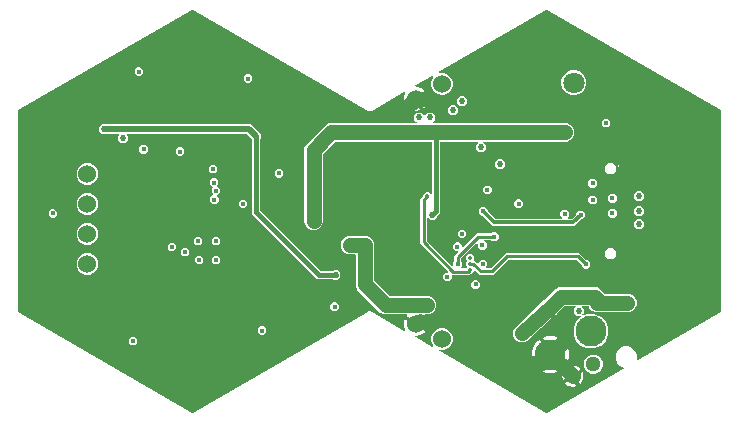
<source format=gbr>
G04 EAGLE Gerber RS-274X export*
G75*
%MOMM*%
%FSLAX34Y34*%
%LPD*%
%INCopper Layer 2*%
%IPPOS*%
%AMOC8*
5,1,8,0,0,1.08239X$1,22.5*%
G01*
%ADD10C,1.524000*%
%ADD11C,1.290000*%
%ADD12C,1.530000*%
%ADD13C,2.625000*%
%ADD14C,1.800000*%
%ADD15C,0.804800*%
%ADD16C,0.452400*%
%ADD17C,0.525000*%
%ADD18C,1.270000*%
%ADD19C,0.402400*%
%ADD20C,0.352400*%
%ADD21C,0.254000*%
%ADD22C,0.406400*%
%ADD23C,0.508000*%
%ADD24C,0.304800*%

G36*
X150814Y-81836D02*
X150814Y-81836D01*
X150870Y-81838D01*
X150935Y-81819D01*
X151002Y-81810D01*
X151075Y-81778D01*
X151106Y-81769D01*
X151123Y-81757D01*
X151156Y-81742D01*
X215508Y-44590D01*
X215525Y-44576D01*
X215545Y-44567D01*
X215619Y-44498D01*
X215698Y-44434D01*
X215710Y-44415D01*
X215726Y-44400D01*
X215775Y-44312D01*
X215829Y-44226D01*
X215834Y-44204D01*
X215844Y-44185D01*
X215863Y-44085D01*
X215886Y-43986D01*
X215884Y-43965D01*
X215888Y-43943D01*
X215873Y-43842D01*
X215864Y-43741D01*
X215856Y-43721D01*
X215852Y-43700D01*
X215806Y-43609D01*
X215766Y-43516D01*
X215751Y-43500D01*
X215741Y-43480D01*
X215669Y-43409D01*
X215600Y-43334D01*
X215581Y-43323D01*
X215565Y-43308D01*
X215418Y-43227D01*
X213063Y-42251D01*
X210524Y-39713D01*
X209150Y-36396D01*
X209150Y-32805D01*
X210524Y-29488D01*
X213063Y-26950D01*
X216380Y-25576D01*
X219970Y-25576D01*
X223287Y-26950D01*
X225825Y-29488D01*
X227199Y-32805D01*
X227199Y-36521D01*
X227215Y-36615D01*
X227223Y-36710D01*
X227235Y-36736D01*
X227239Y-36764D01*
X227284Y-36848D01*
X227322Y-36935D01*
X227341Y-36956D01*
X227354Y-36981D01*
X227423Y-37047D01*
X227487Y-37118D01*
X227512Y-37131D01*
X227533Y-37151D01*
X227619Y-37191D01*
X227702Y-37237D01*
X227730Y-37242D01*
X227756Y-37254D01*
X227850Y-37265D01*
X227944Y-37282D01*
X227972Y-37278D01*
X228000Y-37281D01*
X228093Y-37261D01*
X228188Y-37248D01*
X228220Y-37234D01*
X228240Y-37229D01*
X228269Y-37212D01*
X228341Y-37180D01*
X298370Y3249D01*
X298422Y3292D01*
X298480Y3327D01*
X298516Y3369D01*
X298560Y3405D01*
X298596Y3462D01*
X298640Y3514D01*
X298661Y3566D01*
X298691Y3613D01*
X298707Y3679D01*
X298732Y3742D01*
X298741Y3821D01*
X298748Y3853D01*
X298746Y3873D01*
X298750Y3909D01*
X298750Y173891D01*
X298739Y173958D01*
X298738Y174026D01*
X298720Y174079D01*
X298711Y174134D01*
X298679Y174194D01*
X298656Y174258D01*
X298622Y174302D01*
X298595Y174352D01*
X298546Y174398D01*
X298505Y174451D01*
X298441Y174498D01*
X298417Y174521D01*
X298398Y174530D01*
X298370Y174551D01*
X151156Y259542D01*
X151092Y259566D01*
X151033Y259599D01*
X150978Y259609D01*
X150926Y259629D01*
X150858Y259632D01*
X150792Y259644D01*
X150736Y259636D01*
X150680Y259638D01*
X150615Y259619D01*
X150548Y259610D01*
X150475Y259578D01*
X150444Y259569D01*
X150427Y259557D01*
X150394Y259542D01*
X60157Y207445D01*
X60120Y207415D01*
X60077Y207392D01*
X60025Y207338D01*
X59967Y207289D01*
X59941Y207249D01*
X59908Y207214D01*
X59876Y207145D01*
X59836Y207081D01*
X59825Y207034D01*
X59804Y206991D01*
X59796Y206916D01*
X59778Y206842D01*
X59783Y206794D01*
X59777Y206747D01*
X59793Y206672D01*
X59800Y206597D01*
X59819Y206553D01*
X59830Y206506D01*
X59868Y206441D01*
X59899Y206372D01*
X59931Y206336D01*
X59956Y206295D01*
X60013Y206246D01*
X60064Y206190D01*
X60106Y206166D01*
X60143Y206135D01*
X60213Y206107D01*
X60279Y206070D01*
X60326Y206061D01*
X60371Y206043D01*
X60499Y206029D01*
X60521Y206025D01*
X60528Y206026D01*
X60538Y206025D01*
X63737Y206025D01*
X67110Y204628D01*
X69690Y202047D01*
X71087Y198675D01*
X71087Y195025D01*
X69690Y191653D01*
X67110Y189072D01*
X63737Y187675D01*
X60088Y187675D01*
X56715Y189072D01*
X54135Y191653D01*
X52738Y195025D01*
X52738Y198675D01*
X54135Y202047D01*
X54592Y202504D01*
X54606Y202524D01*
X54624Y202539D01*
X54677Y202623D01*
X54735Y202704D01*
X54742Y202727D01*
X54755Y202747D01*
X54778Y202844D01*
X54807Y202939D01*
X54807Y202963D01*
X54812Y202986D01*
X54804Y203085D01*
X54801Y203185D01*
X54793Y203207D01*
X54791Y203231D01*
X54751Y203322D01*
X54717Y203416D01*
X54702Y203435D01*
X54692Y203457D01*
X54625Y203531D01*
X54563Y203608D01*
X54543Y203621D01*
X54527Y203639D01*
X54439Y203687D01*
X54356Y203741D01*
X54333Y203747D01*
X54312Y203758D01*
X54214Y203777D01*
X54118Y203801D01*
X54094Y203799D01*
X54070Y203803D01*
X53972Y203790D01*
X53872Y203782D01*
X53850Y203772D01*
X53826Y203769D01*
X53673Y203702D01*
X39919Y195761D01*
X39882Y195731D01*
X39840Y195708D01*
X39787Y195654D01*
X39729Y195605D01*
X39703Y195565D01*
X39670Y195530D01*
X39638Y195461D01*
X39598Y195397D01*
X39587Y195350D01*
X39567Y195307D01*
X39558Y195232D01*
X39540Y195158D01*
X39545Y195110D01*
X39539Y195063D01*
X39556Y194988D01*
X39562Y194913D01*
X39582Y194869D01*
X39592Y194822D01*
X39631Y194757D01*
X39661Y194688D01*
X39693Y194652D01*
X39718Y194611D01*
X39775Y194562D01*
X39826Y194506D01*
X39868Y194482D01*
X39905Y194451D01*
X39975Y194423D01*
X40041Y194386D01*
X40088Y194377D01*
X40133Y194359D01*
X40261Y194345D01*
X40283Y194341D01*
X40290Y194342D01*
X40300Y194341D01*
X40717Y194341D01*
X42302Y194090D01*
X43827Y193594D01*
X45257Y192866D01*
X46554Y191923D01*
X47688Y190789D01*
X47889Y190512D01*
X39814Y185850D01*
X39798Y185838D01*
X39780Y185830D01*
X39703Y185760D01*
X39623Y185694D01*
X39613Y185678D01*
X39598Y185664D01*
X39548Y185574D01*
X39493Y185486D01*
X39488Y185467D01*
X39478Y185449D01*
X39459Y185348D01*
X39435Y185247D01*
X39437Y185227D01*
X39433Y185207D01*
X39448Y185105D01*
X39457Y185002D01*
X39465Y184984D01*
X39468Y184964D01*
X39535Y184810D01*
X39917Y184150D01*
X39915Y184149D01*
X39534Y184809D01*
X39521Y184825D01*
X39513Y184843D01*
X39443Y184920D01*
X39378Y185000D01*
X39361Y185010D01*
X39348Y185025D01*
X39257Y185076D01*
X39170Y185131D01*
X39150Y185135D01*
X39133Y185145D01*
X39031Y185164D01*
X38930Y185188D01*
X38911Y185186D01*
X38891Y185190D01*
X38788Y185175D01*
X38685Y185166D01*
X38667Y185158D01*
X38647Y185155D01*
X38494Y185088D01*
X30412Y180422D01*
X29976Y181764D01*
X29725Y183348D01*
X29725Y184952D01*
X29976Y186536D01*
X30471Y188062D01*
X30925Y188953D01*
X30934Y188979D01*
X30949Y189003D01*
X30971Y189096D01*
X31000Y189187D01*
X30999Y189215D01*
X31006Y189242D01*
X30998Y189337D01*
X30996Y189433D01*
X30987Y189459D01*
X30984Y189487D01*
X30946Y189574D01*
X30914Y189665D01*
X30897Y189687D01*
X30886Y189712D01*
X30821Y189783D01*
X30762Y189858D01*
X30739Y189874D01*
X30720Y189894D01*
X30637Y189941D01*
X30557Y189993D01*
X30530Y190001D01*
X30505Y190014D01*
X30411Y190032D01*
X30319Y190056D01*
X30291Y190054D01*
X30263Y190059D01*
X30169Y190046D01*
X30074Y190039D01*
X30048Y190029D01*
X30020Y190025D01*
X29866Y189957D01*
X2434Y174120D01*
X2344Y174047D01*
X2255Y173976D01*
X2249Y173968D01*
X2244Y173964D01*
X2232Y173945D01*
X2155Y173841D01*
X2109Y173761D01*
X1653Y173639D01*
X1639Y173633D01*
X1623Y173631D01*
X1470Y173563D01*
X1061Y173327D01*
X972Y173351D01*
X858Y173362D01*
X744Y173376D01*
X734Y173375D01*
X727Y173375D01*
X705Y173370D01*
X578Y173351D01*
X489Y173327D01*
X80Y173563D01*
X66Y173569D01*
X53Y173578D01*
X-103Y173639D01*
X-559Y173761D01*
X-605Y173841D01*
X-678Y173930D01*
X-749Y174020D01*
X-757Y174026D01*
X-761Y174031D01*
X-780Y174043D01*
X-884Y174120D01*
X-148844Y259542D01*
X-148908Y259566D01*
X-148967Y259599D01*
X-149022Y259609D01*
X-149074Y259629D01*
X-149142Y259632D01*
X-149208Y259644D01*
X-149264Y259636D01*
X-149320Y259638D01*
X-149385Y259619D01*
X-149452Y259610D01*
X-149525Y259578D01*
X-149556Y259569D01*
X-149573Y259557D01*
X-149606Y259542D01*
X-296820Y174551D01*
X-296872Y174508D01*
X-296930Y174473D01*
X-296966Y174431D01*
X-297010Y174395D01*
X-297046Y174338D01*
X-297090Y174286D01*
X-297111Y174234D01*
X-297141Y174187D01*
X-297157Y174121D01*
X-297182Y174058D01*
X-297191Y173979D01*
X-297198Y173947D01*
X-297196Y173927D01*
X-297200Y173891D01*
X-297200Y3909D01*
X-297189Y3842D01*
X-297188Y3774D01*
X-297170Y3721D01*
X-297161Y3666D01*
X-297129Y3606D01*
X-297106Y3542D01*
X-297072Y3498D01*
X-297045Y3448D01*
X-296996Y3402D01*
X-296955Y3349D01*
X-296891Y3302D01*
X-296867Y3279D01*
X-296848Y3270D01*
X-296820Y3249D01*
X-149606Y-81742D01*
X-149542Y-81766D01*
X-149483Y-81799D01*
X-149428Y-81809D01*
X-149376Y-81829D01*
X-149308Y-81832D01*
X-149242Y-81844D01*
X-149186Y-81836D01*
X-149130Y-81838D01*
X-149065Y-81819D01*
X-148998Y-81810D01*
X-148925Y-81778D01*
X-148894Y-81769D01*
X-148877Y-81757D01*
X-148844Y-81742D01*
X-884Y3680D01*
X-794Y3753D01*
X-705Y3824D01*
X-699Y3832D01*
X-694Y3836D01*
X-682Y3855D01*
X-605Y3959D01*
X-559Y4039D01*
X-103Y4161D01*
X-89Y4167D01*
X-73Y4170D01*
X80Y4237D01*
X489Y4473D01*
X578Y4449D01*
X692Y4438D01*
X806Y4424D01*
X816Y4425D01*
X823Y4425D01*
X844Y4429D01*
X972Y4449D01*
X1061Y4473D01*
X1470Y4237D01*
X1484Y4231D01*
X1497Y4222D01*
X1653Y4161D01*
X2109Y4039D01*
X2155Y3959D01*
X2228Y3870D01*
X2299Y3780D01*
X2307Y3774D01*
X2311Y3769D01*
X2330Y3757D01*
X2434Y3680D01*
X29866Y-12157D01*
X29893Y-12167D01*
X29915Y-12183D01*
X30007Y-12211D01*
X30096Y-12244D01*
X30124Y-12245D01*
X30151Y-12253D01*
X30247Y-12250D01*
X30342Y-12253D01*
X30369Y-12245D01*
X30397Y-12244D01*
X30486Y-12211D01*
X30578Y-12184D01*
X30601Y-12167D01*
X30627Y-12158D01*
X30701Y-12097D01*
X30779Y-12042D01*
X30796Y-12020D01*
X30818Y-12002D01*
X30868Y-11921D01*
X30925Y-11844D01*
X30934Y-11817D01*
X30948Y-11794D01*
X30971Y-11701D01*
X31000Y-11610D01*
X30999Y-11582D01*
X31006Y-11554D01*
X30998Y-11459D01*
X30996Y-11364D01*
X30987Y-11337D01*
X30984Y-11309D01*
X30925Y-11153D01*
X30471Y-10262D01*
X29976Y-8736D01*
X29725Y-7152D01*
X29725Y-5548D01*
X29976Y-3964D01*
X30412Y-2622D01*
X38494Y-7288D01*
X38512Y-7295D01*
X38529Y-7307D01*
X38627Y-7338D01*
X38724Y-7375D01*
X38744Y-7376D01*
X38763Y-7382D01*
X38866Y-7380D01*
X38970Y-7384D01*
X38989Y-7378D01*
X39009Y-7378D01*
X39106Y-7344D01*
X39206Y-7314D01*
X39222Y-7303D01*
X39241Y-7296D01*
X39322Y-7232D01*
X39407Y-7173D01*
X39419Y-7157D01*
X39434Y-7145D01*
X39534Y-7009D01*
X39915Y-6349D01*
X39917Y-6350D01*
X39535Y-7010D01*
X39528Y-7029D01*
X39516Y-7045D01*
X39485Y-7144D01*
X39448Y-7240D01*
X39448Y-7260D01*
X39441Y-7279D01*
X39443Y-7383D01*
X39439Y-7486D01*
X39445Y-7505D01*
X39445Y-7525D01*
X39480Y-7623D01*
X39509Y-7722D01*
X39520Y-7738D01*
X39527Y-7757D01*
X39591Y-7839D01*
X39650Y-7923D01*
X39666Y-7935D01*
X39679Y-7951D01*
X39814Y-8050D01*
X47889Y-12712D01*
X47688Y-12989D01*
X46554Y-14123D01*
X45257Y-15066D01*
X43827Y-15794D01*
X42302Y-16290D01*
X40717Y-16541D01*
X40300Y-16541D01*
X40252Y-16548D01*
X40204Y-16547D01*
X40132Y-16568D01*
X40057Y-16580D01*
X40015Y-16603D01*
X39969Y-16617D01*
X39906Y-16660D01*
X39840Y-16696D01*
X39807Y-16730D01*
X39767Y-16758D01*
X39722Y-16819D01*
X39670Y-16874D01*
X39650Y-16917D01*
X39622Y-16956D01*
X39598Y-17028D01*
X39567Y-17097D01*
X39561Y-17145D01*
X39547Y-17190D01*
X39548Y-17266D01*
X39539Y-17341D01*
X39550Y-17388D01*
X39550Y-17436D01*
X39576Y-17508D01*
X39592Y-17582D01*
X39616Y-17623D01*
X39632Y-17668D01*
X39679Y-17728D01*
X39718Y-17793D01*
X39754Y-17824D01*
X39784Y-17862D01*
X39888Y-17938D01*
X39905Y-17953D01*
X39911Y-17955D01*
X39919Y-17961D01*
X53673Y-25902D01*
X53695Y-25910D01*
X53715Y-25924D01*
X53810Y-25953D01*
X53903Y-25989D01*
X53927Y-25989D01*
X53950Y-25997D01*
X54049Y-25994D01*
X54149Y-25998D01*
X54172Y-25991D01*
X54196Y-25990D01*
X54289Y-25956D01*
X54384Y-25928D01*
X54404Y-25914D01*
X54427Y-25906D01*
X54504Y-25844D01*
X54586Y-25786D01*
X54600Y-25767D01*
X54619Y-25752D01*
X54672Y-25669D01*
X54731Y-25588D01*
X54739Y-25565D01*
X54752Y-25545D01*
X54776Y-25449D01*
X54806Y-25354D01*
X54806Y-25330D01*
X54812Y-25307D01*
X54804Y-25208D01*
X54803Y-25108D01*
X54795Y-25085D01*
X54793Y-25061D01*
X54754Y-24970D01*
X54721Y-24876D01*
X54706Y-24857D01*
X54696Y-24835D01*
X54592Y-24704D01*
X54135Y-24247D01*
X52738Y-20875D01*
X52738Y-17225D01*
X54135Y-13853D01*
X56715Y-11272D01*
X60088Y-9875D01*
X63737Y-9875D01*
X67110Y-11272D01*
X69690Y-13853D01*
X71087Y-17225D01*
X71087Y-20875D01*
X69690Y-24247D01*
X67110Y-26828D01*
X63737Y-28225D01*
X60538Y-28225D01*
X60490Y-28232D01*
X60442Y-28231D01*
X60370Y-28252D01*
X60295Y-28264D01*
X60252Y-28287D01*
X60206Y-28301D01*
X60144Y-28344D01*
X60077Y-28380D01*
X60044Y-28414D01*
X60005Y-28442D01*
X59960Y-28503D01*
X59908Y-28558D01*
X59888Y-28601D01*
X59859Y-28640D01*
X59836Y-28712D01*
X59804Y-28781D01*
X59799Y-28829D01*
X59785Y-28874D01*
X59786Y-28950D01*
X59777Y-29025D01*
X59788Y-29072D01*
X59788Y-29120D01*
X59813Y-29192D01*
X59830Y-29266D01*
X59854Y-29307D01*
X59870Y-29352D01*
X59917Y-29412D01*
X59956Y-29477D01*
X59992Y-29508D01*
X60022Y-29546D01*
X60126Y-29622D01*
X60143Y-29637D01*
X60149Y-29639D01*
X60157Y-29645D01*
X150394Y-81742D01*
X150458Y-81766D01*
X150517Y-81799D01*
X150572Y-81809D01*
X150624Y-81829D01*
X150692Y-81832D01*
X150758Y-81844D01*
X150814Y-81836D01*
G37*
%LPC*%
G36*
X65210Y29801D02*
X65210Y29801D01*
X63138Y31873D01*
X63138Y34802D01*
X65210Y36874D01*
X66636Y36874D01*
X66706Y36886D01*
X66778Y36888D01*
X66827Y36906D01*
X66878Y36914D01*
X66942Y36948D01*
X67009Y36972D01*
X67050Y37005D01*
X67096Y37029D01*
X67145Y37081D01*
X67201Y37126D01*
X67229Y37170D01*
X67265Y37207D01*
X67295Y37272D01*
X67334Y37333D01*
X67347Y37383D01*
X67369Y37430D01*
X67377Y37502D01*
X67394Y37571D01*
X67390Y37623D01*
X67396Y37675D01*
X67381Y37745D01*
X67375Y37816D01*
X67355Y37864D01*
X67344Y37915D01*
X67307Y37977D01*
X67279Y38043D01*
X67234Y38099D01*
X67217Y38126D01*
X67200Y38142D01*
X67174Y38174D01*
X45665Y59682D01*
X43805Y61542D01*
X43805Y99583D01*
X46265Y102043D01*
X46318Y102117D01*
X46378Y102186D01*
X46390Y102216D01*
X46409Y102242D01*
X46436Y102329D01*
X46470Y102414D01*
X46474Y102455D01*
X46481Y102477D01*
X46480Y102510D01*
X46488Y102581D01*
X46488Y102961D01*
X48414Y104887D01*
X51136Y104887D01*
X52294Y103729D01*
X52352Y103688D01*
X52404Y103638D01*
X52451Y103616D01*
X52493Y103586D01*
X52562Y103565D01*
X52627Y103535D01*
X52679Y103529D01*
X52729Y103513D01*
X52800Y103515D01*
X52871Y103507D01*
X52922Y103519D01*
X52974Y103520D01*
X53042Y103544D01*
X53112Y103560D01*
X53157Y103586D01*
X53205Y103604D01*
X53261Y103649D01*
X53323Y103686D01*
X53357Y103725D01*
X53397Y103758D01*
X53436Y103818D01*
X53483Y103873D01*
X53502Y103921D01*
X53530Y103965D01*
X53548Y104034D01*
X53575Y104101D01*
X53583Y104172D01*
X53591Y104203D01*
X53589Y104227D01*
X53593Y104268D01*
X53593Y146939D01*
X53590Y146959D01*
X53592Y146978D01*
X53570Y147080D01*
X53554Y147182D01*
X53544Y147199D01*
X53540Y147219D01*
X53487Y147308D01*
X53438Y147399D01*
X53424Y147413D01*
X53414Y147430D01*
X53335Y147497D01*
X53260Y147569D01*
X53242Y147577D01*
X53227Y147590D01*
X53131Y147629D01*
X53037Y147672D01*
X53017Y147674D01*
X52999Y147682D01*
X52832Y147700D01*
X-28148Y147700D01*
X-28238Y147686D01*
X-28329Y147678D01*
X-28359Y147666D01*
X-28391Y147661D01*
X-28471Y147618D01*
X-28555Y147582D01*
X-28587Y147556D01*
X-28608Y147545D01*
X-28630Y147522D01*
X-28686Y147477D01*
X-38502Y137661D01*
X-38555Y137587D01*
X-38615Y137518D01*
X-38627Y137488D01*
X-38646Y137461D01*
X-38673Y137374D01*
X-38707Y137290D01*
X-38711Y137249D01*
X-38718Y137226D01*
X-38717Y137194D01*
X-38725Y137123D01*
X-38725Y79396D01*
X-39924Y76502D01*
X-42139Y74287D01*
X-45034Y73088D01*
X-48166Y73088D01*
X-51061Y74287D01*
X-53276Y76502D01*
X-54475Y79396D01*
X-54475Y142266D01*
X-53276Y145161D01*
X-36186Y162251D01*
X-33291Y163450D01*
X39981Y163450D01*
X40052Y163461D01*
X40124Y163463D01*
X40173Y163481D01*
X40224Y163489D01*
X40287Y163523D01*
X40355Y163548D01*
X40395Y163580D01*
X40441Y163605D01*
X40491Y163657D01*
X40547Y163701D01*
X40575Y163745D01*
X40611Y163783D01*
X40641Y163848D01*
X40680Y163908D01*
X40693Y163959D01*
X40714Y164006D01*
X40722Y164077D01*
X40740Y164147D01*
X40736Y164199D01*
X40742Y164250D01*
X40726Y164321D01*
X40721Y164392D01*
X40700Y164440D01*
X40689Y164491D01*
X40653Y164552D01*
X40624Y164618D01*
X40580Y164674D01*
X40563Y164702D01*
X40545Y164717D01*
X40520Y164749D01*
X38713Y166556D01*
X38713Y169994D01*
X41144Y172425D01*
X44581Y172425D01*
X46990Y170016D01*
X47006Y170005D01*
X47018Y169989D01*
X47106Y169933D01*
X47189Y169873D01*
X47208Y169867D01*
X47225Y169856D01*
X47326Y169831D01*
X47425Y169800D01*
X47444Y169801D01*
X47464Y169796D01*
X47567Y169804D01*
X47670Y169807D01*
X47689Y169814D01*
X47709Y169815D01*
X47804Y169856D01*
X47901Y169891D01*
X47917Y169904D01*
X47935Y169912D01*
X48066Y170016D01*
X50475Y172425D01*
X53912Y172425D01*
X56343Y169994D01*
X56343Y166556D01*
X54536Y164749D01*
X54495Y164691D01*
X54445Y164639D01*
X54423Y164592D01*
X54393Y164550D01*
X54372Y164481D01*
X54342Y164416D01*
X54336Y164364D01*
X54320Y164314D01*
X54322Y164243D01*
X54314Y164172D01*
X54325Y164121D01*
X54327Y164069D01*
X54351Y164001D01*
X54367Y163931D01*
X54393Y163886D01*
X54411Y163838D01*
X54456Y163782D01*
X54493Y163720D01*
X54532Y163686D01*
X54565Y163646D01*
X54625Y163607D01*
X54680Y163560D01*
X54728Y163541D01*
X54772Y163513D01*
X54841Y163495D01*
X54908Y163468D01*
X54979Y163460D01*
X55010Y163452D01*
X55034Y163454D01*
X55075Y163450D01*
X167936Y163450D01*
X170831Y162251D01*
X173046Y160036D01*
X174245Y157141D01*
X174245Y154009D01*
X173046Y151114D01*
X170831Y148899D01*
X167936Y147700D01*
X97769Y147700D01*
X97698Y147689D01*
X97626Y147687D01*
X97577Y147669D01*
X97526Y147661D01*
X97463Y147627D01*
X97395Y147602D01*
X97355Y147570D01*
X97309Y147545D01*
X97259Y147493D01*
X97203Y147449D01*
X97175Y147405D01*
X97139Y147367D01*
X97109Y147302D01*
X97070Y147242D01*
X97057Y147191D01*
X97036Y147144D01*
X97028Y147073D01*
X97010Y147003D01*
X97014Y146951D01*
X97008Y146900D01*
X97024Y146829D01*
X97029Y146758D01*
X97050Y146710D01*
X97061Y146659D01*
X97097Y146598D01*
X97126Y146532D01*
X97170Y146476D01*
X97187Y146448D01*
X97205Y146433D01*
X97230Y146401D01*
X99012Y144619D01*
X99012Y141181D01*
X96581Y138750D01*
X93144Y138750D01*
X90713Y141181D01*
X90713Y144619D01*
X92495Y146401D01*
X92536Y146459D01*
X92586Y146511D01*
X92608Y146558D01*
X92638Y146600D01*
X92659Y146669D01*
X92689Y146734D01*
X92695Y146786D01*
X92711Y146836D01*
X92709Y146907D01*
X92717Y146978D01*
X92706Y147029D01*
X92704Y147081D01*
X92680Y147149D01*
X92664Y147219D01*
X92638Y147264D01*
X92620Y147312D01*
X92575Y147368D01*
X92538Y147430D01*
X92499Y147464D01*
X92466Y147504D01*
X92406Y147543D01*
X92351Y147590D01*
X92303Y147609D01*
X92259Y147637D01*
X92190Y147655D01*
X92123Y147682D01*
X92052Y147690D01*
X92021Y147698D01*
X91997Y147696D01*
X91956Y147700D01*
X61468Y147700D01*
X61448Y147697D01*
X61429Y147699D01*
X61327Y147677D01*
X61225Y147661D01*
X61208Y147651D01*
X61188Y147647D01*
X61099Y147594D01*
X61008Y147545D01*
X60994Y147531D01*
X60977Y147521D01*
X60910Y147442D01*
X60838Y147367D01*
X60830Y147349D01*
X60817Y147334D01*
X60778Y147238D01*
X60735Y147144D01*
X60733Y147124D01*
X60725Y147106D01*
X60707Y146939D01*
X60707Y87427D01*
X58348Y85068D01*
X58295Y84994D01*
X58235Y84924D01*
X58223Y84894D01*
X58204Y84868D01*
X58177Y84781D01*
X58143Y84696D01*
X58139Y84655D01*
X58132Y84633D01*
X58133Y84601D01*
X58125Y84529D01*
X58125Y84006D01*
X55694Y81575D01*
X52256Y81575D01*
X50694Y83137D01*
X50636Y83179D01*
X50584Y83228D01*
X50537Y83250D01*
X50495Y83281D01*
X50426Y83302D01*
X50361Y83332D01*
X50309Y83338D01*
X50259Y83353D01*
X50188Y83351D01*
X50117Y83359D01*
X50066Y83348D01*
X50014Y83347D01*
X49946Y83322D01*
X49876Y83307D01*
X49831Y83280D01*
X49783Y83262D01*
X49727Y83217D01*
X49665Y83181D01*
X49631Y83141D01*
X49591Y83109D01*
X49552Y83048D01*
X49505Y82994D01*
X49486Y82945D01*
X49458Y82902D01*
X49440Y82832D01*
X49426Y82798D01*
X49423Y82791D01*
X49423Y82789D01*
X49413Y82766D01*
X49405Y82694D01*
X49397Y82663D01*
X49399Y82640D01*
X49395Y82599D01*
X49395Y64173D01*
X49409Y64083D01*
X49417Y63992D01*
X49429Y63962D01*
X49434Y63930D01*
X49477Y63850D01*
X49513Y63766D01*
X49539Y63734D01*
X49550Y63713D01*
X49573Y63691D01*
X49618Y63635D01*
X70338Y42915D01*
X70396Y42873D01*
X70448Y42823D01*
X70495Y42801D01*
X70537Y42771D01*
X70606Y42750D01*
X70671Y42720D01*
X70723Y42714D01*
X70773Y42699D01*
X70844Y42701D01*
X70915Y42693D01*
X70966Y42704D01*
X71018Y42705D01*
X71086Y42730D01*
X71156Y42745D01*
X71201Y42772D01*
X71249Y42790D01*
X71305Y42834D01*
X71367Y42871D01*
X71401Y42911D01*
X71441Y42943D01*
X71480Y43004D01*
X71527Y43058D01*
X71546Y43106D01*
X71574Y43150D01*
X71592Y43220D01*
X71619Y43286D01*
X71627Y43358D01*
X71635Y43389D01*
X71633Y43412D01*
X71637Y43453D01*
X71637Y46019D01*
X72406Y46788D01*
X72459Y46862D01*
X72519Y46931D01*
X72531Y46961D01*
X72550Y46987D01*
X72577Y47074D01*
X72611Y47159D01*
X72615Y47200D01*
X72622Y47222D01*
X72621Y47255D01*
X72629Y47326D01*
X72629Y51182D01*
X75603Y54155D01*
X75645Y54213D01*
X75694Y54265D01*
X75716Y54313D01*
X75746Y54355D01*
X75768Y54423D01*
X75798Y54489D01*
X75803Y54540D01*
X75819Y54590D01*
X75817Y54662D01*
X75825Y54733D01*
X75814Y54784D01*
X75812Y54836D01*
X75788Y54903D01*
X75773Y54973D01*
X75746Y55018D01*
X75728Y55067D01*
X75683Y55123D01*
X75646Y55184D01*
X75607Y55218D01*
X75574Y55259D01*
X75514Y55298D01*
X75459Y55344D01*
X75411Y55364D01*
X75367Y55392D01*
X75298Y55409D01*
X75231Y55436D01*
X75160Y55444D01*
X75129Y55452D01*
X75106Y55450D01*
X75065Y55455D01*
X73656Y55455D01*
X71584Y57527D01*
X71584Y60456D01*
X73656Y62528D01*
X76585Y62528D01*
X78657Y60456D01*
X78657Y59047D01*
X78669Y58977D01*
X78671Y58905D01*
X78689Y58856D01*
X78697Y58805D01*
X78731Y58741D01*
X78755Y58674D01*
X78788Y58633D01*
X78812Y58587D01*
X78864Y58538D01*
X78909Y58482D01*
X78953Y58454D01*
X78990Y58418D01*
X79055Y58388D01*
X79116Y58349D01*
X79166Y58336D01*
X79213Y58314D01*
X79285Y58306D01*
X79354Y58289D01*
X79406Y58293D01*
X79458Y58287D01*
X79528Y58302D01*
X79599Y58308D01*
X79647Y58328D01*
X79698Y58339D01*
X79760Y58376D01*
X79826Y58404D01*
X79882Y58449D01*
X79909Y58466D01*
X79925Y58483D01*
X79957Y58509D01*
X91666Y70219D01*
X103487Y70219D01*
X103577Y70233D01*
X103668Y70241D01*
X103697Y70253D01*
X103729Y70258D01*
X103810Y70301D01*
X103894Y70337D01*
X103926Y70363D01*
X103947Y70374D01*
X103969Y70397D01*
X104025Y70442D01*
X104794Y71211D01*
X107931Y71211D01*
X110149Y68993D01*
X110149Y65855D01*
X107931Y63637D01*
X104794Y63637D01*
X104025Y64406D01*
X103951Y64459D01*
X103882Y64519D01*
X103851Y64531D01*
X103825Y64550D01*
X103738Y64577D01*
X103653Y64611D01*
X103612Y64615D01*
X103590Y64622D01*
X103558Y64621D01*
X103487Y64629D01*
X98666Y64629D01*
X98595Y64618D01*
X98523Y64616D01*
X98474Y64598D01*
X98423Y64590D01*
X98360Y64556D01*
X98292Y64531D01*
X98252Y64499D01*
X98206Y64474D01*
X98156Y64422D01*
X98100Y64378D01*
X98072Y64334D01*
X98036Y64296D01*
X98006Y64231D01*
X97967Y64171D01*
X97955Y64120D01*
X97933Y64073D01*
X97925Y64002D01*
X97907Y63932D01*
X97911Y63880D01*
X97906Y63829D01*
X97921Y63758D01*
X97926Y63687D01*
X97947Y63639D01*
X97958Y63588D01*
X97995Y63527D01*
X98023Y63461D01*
X98068Y63405D01*
X98084Y63377D01*
X98102Y63362D01*
X98128Y63330D01*
X99813Y61645D01*
X99813Y58507D01*
X97595Y56289D01*
X94457Y56289D01*
X92239Y58507D01*
X92239Y61049D01*
X92228Y61120D01*
X92226Y61192D01*
X92208Y61241D01*
X92200Y61292D01*
X92166Y61355D01*
X92141Y61423D01*
X92109Y61463D01*
X92084Y61509D01*
X92032Y61559D01*
X91988Y61615D01*
X91944Y61643D01*
X91906Y61679D01*
X91841Y61709D01*
X91781Y61748D01*
X91730Y61760D01*
X91683Y61782D01*
X91612Y61790D01*
X91542Y61808D01*
X91490Y61804D01*
X91439Y61809D01*
X91368Y61794D01*
X91297Y61789D01*
X91249Y61768D01*
X91198Y61757D01*
X91137Y61720D01*
X91071Y61692D01*
X91015Y61647D01*
X90987Y61631D01*
X90972Y61613D01*
X90940Y61587D01*
X78442Y49089D01*
X78389Y49015D01*
X78329Y48946D01*
X78317Y48916D01*
X78298Y48890D01*
X78271Y48803D01*
X78237Y48718D01*
X78233Y48677D01*
X78226Y48655D01*
X78227Y48622D01*
X78219Y48551D01*
X78219Y47326D01*
X78233Y47236D01*
X78241Y47145D01*
X78253Y47115D01*
X78258Y47083D01*
X78301Y47002D01*
X78337Y46919D01*
X78363Y46886D01*
X78374Y46866D01*
X78397Y46844D01*
X78442Y46788D01*
X79211Y46019D01*
X79211Y42881D01*
X78286Y41957D01*
X78244Y41899D01*
X78195Y41847D01*
X78173Y41799D01*
X78142Y41757D01*
X78121Y41689D01*
X78091Y41623D01*
X78085Y41572D01*
X78070Y41522D01*
X78072Y41450D01*
X78064Y41379D01*
X78075Y41328D01*
X78076Y41276D01*
X78101Y41209D01*
X78116Y41139D01*
X78143Y41094D01*
X78161Y41045D01*
X78206Y40989D01*
X78243Y40928D01*
X78282Y40894D01*
X78315Y40853D01*
X78375Y40814D01*
X78429Y40768D01*
X78478Y40748D01*
X78522Y40720D01*
X78591Y40703D01*
X78658Y40676D01*
X78729Y40668D01*
X78760Y40660D01*
X78783Y40662D01*
X78824Y40657D01*
X81969Y40657D01*
X82059Y40672D01*
X82150Y40679D01*
X82180Y40692D01*
X82212Y40697D01*
X82292Y40740D01*
X82376Y40775D01*
X82408Y40801D01*
X82429Y40812D01*
X82451Y40835D01*
X82507Y40880D01*
X83039Y41412D01*
X83050Y41428D01*
X83066Y41440D01*
X83122Y41528D01*
X83182Y41611D01*
X83188Y41630D01*
X83199Y41647D01*
X83224Y41748D01*
X83254Y41847D01*
X83254Y41866D01*
X83259Y41886D01*
X83251Y41989D01*
X83248Y42092D01*
X83241Y42111D01*
X83240Y42131D01*
X83199Y42226D01*
X83164Y42323D01*
X83151Y42339D01*
X83143Y42357D01*
X83039Y42488D01*
X82438Y43089D01*
X82438Y45811D01*
X83039Y46412D01*
X83050Y46428D01*
X83066Y46440D01*
X83122Y46528D01*
X83182Y46611D01*
X83188Y46630D01*
X83199Y46647D01*
X83224Y46748D01*
X83254Y46847D01*
X83254Y46866D01*
X83259Y46886D01*
X83251Y46989D01*
X83248Y47092D01*
X83241Y47111D01*
X83240Y47131D01*
X83199Y47226D01*
X83164Y47323D01*
X83151Y47339D01*
X83143Y47357D01*
X83039Y47488D01*
X82438Y48089D01*
X82438Y50811D01*
X84364Y52737D01*
X87086Y52737D01*
X89012Y50811D01*
X89012Y48006D01*
X89015Y47986D01*
X89013Y47967D01*
X89035Y47865D01*
X89051Y47763D01*
X89061Y47746D01*
X89065Y47726D01*
X89118Y47637D01*
X89167Y47546D01*
X89181Y47532D01*
X89191Y47515D01*
X89270Y47448D01*
X89345Y47376D01*
X89363Y47368D01*
X89378Y47355D01*
X89474Y47316D01*
X89481Y47313D01*
X91410Y45385D01*
X91928Y44867D01*
X91986Y44825D01*
X92038Y44775D01*
X92085Y44753D01*
X92127Y44723D01*
X92196Y44702D01*
X92261Y44672D01*
X92313Y44666D01*
X92363Y44651D01*
X92434Y44653D01*
X92505Y44645D01*
X92556Y44656D01*
X92608Y44657D01*
X92676Y44682D01*
X92746Y44697D01*
X92791Y44724D01*
X92839Y44742D01*
X92895Y44786D01*
X92957Y44823D01*
X92991Y44863D01*
X93031Y44895D01*
X93070Y44955D01*
X93117Y45010D01*
X93136Y45058D01*
X93164Y45102D01*
X93182Y45171D01*
X93209Y45238D01*
X93217Y45309D01*
X93225Y45341D01*
X93223Y45364D01*
X93227Y45405D01*
X93227Y45915D01*
X95299Y47987D01*
X98229Y47987D01*
X100301Y45915D01*
X100301Y42985D01*
X99510Y42194D01*
X99468Y42136D01*
X99419Y42084D01*
X99397Y42037D01*
X99366Y41995D01*
X99345Y41926D01*
X99315Y41861D01*
X99309Y41809D01*
X99294Y41759D01*
X99296Y41688D01*
X99288Y41617D01*
X99299Y41566D01*
X99300Y41514D01*
X99325Y41446D01*
X99340Y41376D01*
X99367Y41331D01*
X99385Y41283D01*
X99430Y41227D01*
X99466Y41165D01*
X99506Y41131D01*
X99539Y41091D01*
X99599Y41052D01*
X99653Y41005D01*
X99702Y40986D01*
X99745Y40958D01*
X99815Y40940D01*
X99882Y40913D01*
X99953Y40905D01*
X99984Y40897D01*
X100007Y40899D01*
X100048Y40895D01*
X103302Y40895D01*
X103392Y40909D01*
X103483Y40917D01*
X103513Y40929D01*
X103545Y40934D01*
X103626Y40977D01*
X103709Y41013D01*
X103742Y41039D01*
X103762Y41050D01*
X103784Y41073D01*
X103840Y41118D01*
X114457Y51735D01*
X116317Y53595D01*
X178395Y53595D01*
X184343Y47647D01*
X184417Y47594D01*
X184486Y47535D01*
X184516Y47522D01*
X184542Y47504D01*
X184629Y47477D01*
X184714Y47443D01*
X184755Y47438D01*
X184777Y47431D01*
X184810Y47432D01*
X184881Y47424D01*
X185615Y47424D01*
X187687Y45352D01*
X187687Y42423D01*
X185615Y40351D01*
X182685Y40351D01*
X180613Y42423D01*
X180613Y43157D01*
X180599Y43247D01*
X180591Y43338D01*
X180579Y43367D01*
X180574Y43399D01*
X180531Y43480D01*
X180495Y43564D01*
X180469Y43596D01*
X180458Y43617D01*
X180435Y43639D01*
X180390Y43695D01*
X176303Y47782D01*
X176229Y47835D01*
X176159Y47895D01*
X176129Y47907D01*
X176103Y47926D01*
X176016Y47953D01*
X175931Y47987D01*
X175890Y47991D01*
X175868Y47998D01*
X175836Y47997D01*
X175765Y48005D01*
X118948Y48005D01*
X118858Y47991D01*
X118767Y47983D01*
X118737Y47971D01*
X118705Y47966D01*
X118624Y47923D01*
X118541Y47887D01*
X118508Y47861D01*
X118488Y47850D01*
X118466Y47827D01*
X118410Y47782D01*
X107793Y37165D01*
X105933Y35305D01*
X93584Y35305D01*
X91724Y37165D01*
X90311Y38578D01*
X90253Y38620D01*
X90201Y38670D01*
X90154Y38692D01*
X90112Y38722D01*
X90043Y38743D01*
X89978Y38773D01*
X89926Y38779D01*
X89876Y38794D01*
X89805Y38792D01*
X89734Y38800D01*
X89683Y38789D01*
X89631Y38788D01*
X89563Y38763D01*
X89493Y38748D01*
X89449Y38721D01*
X89400Y38703D01*
X89344Y38659D01*
X89282Y38622D01*
X89248Y38582D01*
X89208Y38550D01*
X89169Y38489D01*
X89122Y38435D01*
X89103Y38387D01*
X89075Y38343D01*
X89057Y38273D01*
X89030Y38207D01*
X89022Y38135D01*
X89014Y38104D01*
X89015Y38092D01*
X87086Y36163D01*
X86706Y36163D01*
X86616Y36149D01*
X86525Y36141D01*
X86495Y36129D01*
X86463Y36124D01*
X86383Y36081D01*
X86299Y36045D01*
X86267Y36019D01*
X86246Y36008D01*
X86233Y35995D01*
X86232Y35995D01*
X86221Y35983D01*
X86168Y35940D01*
X85295Y35068D01*
X70973Y35068D01*
X70953Y35065D01*
X70934Y35067D01*
X70832Y35045D01*
X70730Y35028D01*
X70713Y35019D01*
X70693Y35014D01*
X70604Y34961D01*
X70513Y34913D01*
X70499Y34899D01*
X70482Y34888D01*
X70415Y34810D01*
X70343Y34735D01*
X70335Y34717D01*
X70322Y34701D01*
X70283Y34605D01*
X70240Y34512D01*
X70238Y34492D01*
X70230Y34473D01*
X70212Y34307D01*
X70212Y31873D01*
X68140Y29801D01*
X65210Y29801D01*
G37*
%LPD*%
%LPC*%
G36*
X185270Y-27305D02*
X185270Y-27305D01*
X179886Y-25075D01*
X175765Y-20954D01*
X173535Y-15570D01*
X173535Y-9742D01*
X175765Y-4357D01*
X179239Y-883D01*
X179281Y-825D01*
X179331Y-773D01*
X179353Y-725D01*
X179383Y-683D01*
X179404Y-615D01*
X179434Y-549D01*
X179440Y-498D01*
X179455Y-448D01*
X179454Y-376D01*
X179461Y-305D01*
X179450Y-254D01*
X179449Y-202D01*
X179424Y-135D01*
X179409Y-65D01*
X179382Y-20D01*
X179365Y29D01*
X179320Y85D01*
X179283Y147D01*
X179243Y180D01*
X179211Y221D01*
X179151Y260D01*
X179096Y306D01*
X179048Y326D01*
X179004Y354D01*
X178934Y372D01*
X178868Y398D01*
X178797Y406D01*
X178765Y414D01*
X178742Y412D01*
X178701Y417D01*
X176260Y417D01*
X173829Y2848D01*
X173829Y6285D01*
X175023Y7479D01*
X175064Y7537D01*
X175114Y7589D01*
X175136Y7636D01*
X175166Y7679D01*
X175187Y7747D01*
X175217Y7812D01*
X175223Y7864D01*
X175239Y7914D01*
X175237Y7985D01*
X175245Y8057D01*
X175233Y8107D01*
X175232Y8159D01*
X175208Y8227D01*
X175192Y8297D01*
X175166Y8342D01*
X175148Y8391D01*
X175103Y8447D01*
X175066Y8508D01*
X175027Y8542D01*
X174994Y8583D01*
X174934Y8621D01*
X174879Y8668D01*
X174831Y8687D01*
X174787Y8716D01*
X174718Y8733D01*
X174651Y8760D01*
X174580Y8768D01*
X174549Y8776D01*
X174525Y8774D01*
X174484Y8778D01*
X166280Y8778D01*
X166190Y8764D01*
X166099Y8756D01*
X166069Y8744D01*
X166037Y8739D01*
X165957Y8696D01*
X165873Y8660D01*
X165841Y8634D01*
X165820Y8624D01*
X165798Y8600D01*
X165742Y8555D01*
X160661Y3475D01*
X160631Y3432D01*
X160593Y3396D01*
X160534Y3298D01*
X160518Y3275D01*
X160515Y3265D01*
X160507Y3252D01*
X160506Y3249D01*
X159469Y2282D01*
X159463Y2274D01*
X159450Y2264D01*
X158448Y1262D01*
X158446Y1261D01*
X158401Y1233D01*
X158352Y1214D01*
X158260Y1146D01*
X158237Y1131D01*
X158230Y1123D01*
X158218Y1114D01*
X134403Y-21113D01*
X131469Y-22212D01*
X128338Y-22104D01*
X125487Y-20806D01*
X123349Y-18516D01*
X122251Y-15582D01*
X122359Y-12451D01*
X123657Y-9599D01*
X148506Y13593D01*
X148512Y13601D01*
X148525Y13611D01*
X155920Y21007D01*
X158242Y23329D01*
X161137Y24528D01*
X193419Y24528D01*
X196314Y23329D01*
X200432Y19210D01*
X200506Y19157D01*
X200576Y19098D01*
X200606Y19085D01*
X200632Y19067D01*
X200719Y19040D01*
X200804Y19006D01*
X200845Y19001D01*
X200867Y18994D01*
X200899Y18995D01*
X200971Y18987D01*
X220641Y18987D01*
X223536Y17788D01*
X225751Y15573D01*
X226950Y12679D01*
X226950Y9546D01*
X225751Y6652D01*
X223536Y4437D01*
X220641Y3238D01*
X192109Y3238D01*
X189214Y4437D01*
X186999Y6652D01*
X186313Y8308D01*
X186251Y8408D01*
X186191Y8508D01*
X186187Y8512D01*
X186183Y8517D01*
X186094Y8592D01*
X186005Y8668D01*
X185999Y8670D01*
X185994Y8674D01*
X185886Y8716D01*
X185776Y8760D01*
X185769Y8761D01*
X185764Y8762D01*
X185746Y8763D01*
X185610Y8778D01*
X181474Y8778D01*
X181403Y8767D01*
X181331Y8765D01*
X181282Y8747D01*
X181231Y8739D01*
X181167Y8705D01*
X181100Y8680D01*
X181059Y8648D01*
X181013Y8624D01*
X180964Y8572D01*
X180908Y8527D01*
X180880Y8483D01*
X180844Y8445D01*
X180814Y8380D01*
X180775Y8320D01*
X180762Y8269D01*
X180740Y8222D01*
X180733Y8151D01*
X180715Y8081D01*
X180719Y8029D01*
X180713Y7978D01*
X180729Y7907D01*
X180734Y7836D01*
X180754Y7788D01*
X180766Y7737D01*
X180802Y7676D01*
X180830Y7610D01*
X180875Y7554D01*
X180892Y7526D01*
X180910Y7511D01*
X180935Y7479D01*
X182129Y6285D01*
X182129Y2848D01*
X181156Y1875D01*
X181099Y1796D01*
X181037Y1721D01*
X181028Y1696D01*
X181012Y1675D01*
X180984Y1582D01*
X180949Y1491D01*
X180948Y1465D01*
X180940Y1440D01*
X180943Y1343D01*
X180939Y1246D01*
X180946Y1220D01*
X180946Y1194D01*
X180980Y1103D01*
X181007Y1009D01*
X181022Y988D01*
X181031Y963D01*
X181092Y887D01*
X181147Y807D01*
X181168Y792D01*
X181185Y771D01*
X181267Y719D01*
X181345Y660D01*
X181370Y652D01*
X181392Y638D01*
X181486Y614D01*
X181579Y584D01*
X181605Y585D01*
X181630Y578D01*
X181727Y586D01*
X181825Y587D01*
X181856Y596D01*
X181875Y597D01*
X181906Y610D01*
X181986Y633D01*
X185270Y1994D01*
X191098Y1994D01*
X196483Y-236D01*
X200604Y-4357D01*
X202834Y-9742D01*
X202834Y-15570D01*
X200604Y-20954D01*
X196483Y-25075D01*
X191098Y-27305D01*
X185270Y-27305D01*
G37*
%LPD*%
%LPC*%
G36*
X-29731Y30775D02*
X-29731Y30775D01*
X-30101Y31145D01*
X-30175Y31198D01*
X-30245Y31258D01*
X-30275Y31270D01*
X-30301Y31289D01*
X-30388Y31316D01*
X-30473Y31350D01*
X-30514Y31354D01*
X-30536Y31361D01*
X-30568Y31360D01*
X-30640Y31368D01*
X-43773Y31368D01*
X-98807Y86402D01*
X-98807Y149748D01*
X-98821Y149838D01*
X-98829Y149929D01*
X-98841Y149959D01*
X-98846Y149991D01*
X-98889Y150071D01*
X-98925Y150155D01*
X-98951Y150187D01*
X-98962Y150208D01*
X-98985Y150230D01*
X-99030Y150286D01*
X-99438Y150694D01*
X-99439Y150704D01*
X-99482Y150784D01*
X-99518Y150868D01*
X-99544Y150900D01*
X-99555Y150921D01*
X-99578Y150943D01*
X-99623Y150999D01*
X-103086Y154462D01*
X-103160Y154515D01*
X-103229Y154575D01*
X-103259Y154587D01*
X-103285Y154606D01*
X-103372Y154633D01*
X-103457Y154667D01*
X-103498Y154671D01*
X-103521Y154678D01*
X-103553Y154677D01*
X-103624Y154685D01*
X-204104Y154685D01*
X-204175Y154674D01*
X-204246Y154672D01*
X-204295Y154654D01*
X-204347Y154646D01*
X-204410Y154612D01*
X-204477Y154587D01*
X-204518Y154555D01*
X-204564Y154530D01*
X-204613Y154478D01*
X-204669Y154434D01*
X-204697Y154390D01*
X-204733Y154352D01*
X-204764Y154287D01*
X-204802Y154227D01*
X-204815Y154176D01*
X-204837Y154129D01*
X-204845Y154058D01*
X-204862Y153988D01*
X-204858Y153936D01*
X-204864Y153885D01*
X-204849Y153814D01*
X-204843Y153743D01*
X-204823Y153695D01*
X-204812Y153644D01*
X-204775Y153583D01*
X-204747Y153517D01*
X-204702Y153461D01*
X-204686Y153433D01*
X-204668Y153418D01*
X-204642Y153386D01*
X-203813Y152556D01*
X-203813Y149119D01*
X-206244Y146688D01*
X-209681Y146688D01*
X-212112Y149119D01*
X-212112Y152556D01*
X-211283Y153386D01*
X-211241Y153444D01*
X-211192Y153496D01*
X-211170Y153543D01*
X-211139Y153585D01*
X-211118Y153654D01*
X-211088Y153719D01*
X-211082Y153771D01*
X-211067Y153821D01*
X-211069Y153892D01*
X-211061Y153963D01*
X-211072Y154014D01*
X-211073Y154066D01*
X-211098Y154134D01*
X-211113Y154204D01*
X-211140Y154249D01*
X-211158Y154297D01*
X-211203Y154353D01*
X-211239Y154415D01*
X-211279Y154449D01*
X-211311Y154489D01*
X-211372Y154528D01*
X-211426Y154575D01*
X-211475Y154594D01*
X-211518Y154622D01*
X-211588Y154640D01*
X-211654Y154667D01*
X-211726Y154675D01*
X-211757Y154683D01*
X-211780Y154681D01*
X-211821Y154685D01*
X-221606Y154685D01*
X-221696Y154671D01*
X-221787Y154663D01*
X-221817Y154651D01*
X-221849Y154646D01*
X-221929Y154603D01*
X-221935Y154600D01*
X-225444Y154600D01*
X-227875Y157031D01*
X-227875Y160469D01*
X-225444Y162900D01*
X-221952Y162900D01*
X-221944Y162894D01*
X-221857Y162867D01*
X-221773Y162833D01*
X-221732Y162829D01*
X-221709Y162822D01*
X-221677Y162823D01*
X-221606Y162815D01*
X-99941Y162815D01*
X-93874Y156748D01*
X-93800Y156695D01*
X-93731Y156635D01*
X-93701Y156623D01*
X-93675Y156604D01*
X-93588Y156577D01*
X-93581Y156575D01*
X-91100Y154094D01*
X-91100Y150656D01*
X-91470Y150286D01*
X-91523Y150212D01*
X-91583Y150143D01*
X-91595Y150113D01*
X-91614Y150086D01*
X-91641Y149999D01*
X-91675Y149915D01*
X-91679Y149874D01*
X-91686Y149851D01*
X-91685Y149819D01*
X-91693Y149748D01*
X-91693Y89664D01*
X-91679Y89573D01*
X-91671Y89483D01*
X-91659Y89453D01*
X-91654Y89421D01*
X-91611Y89340D01*
X-91575Y89256D01*
X-91549Y89224D01*
X-91538Y89203D01*
X-91515Y89181D01*
X-91470Y89125D01*
X-41050Y38705D01*
X-40976Y38652D01*
X-40906Y38592D01*
X-40876Y38580D01*
X-40850Y38561D01*
X-40763Y38534D01*
X-40678Y38500D01*
X-40637Y38496D01*
X-40615Y38489D01*
X-40583Y38490D01*
X-40511Y38482D01*
X-30640Y38482D01*
X-30550Y38496D01*
X-30459Y38504D01*
X-30429Y38516D01*
X-30397Y38521D01*
X-30316Y38564D01*
X-30232Y38600D01*
X-30200Y38626D01*
X-30180Y38637D01*
X-30157Y38660D01*
X-30101Y38705D01*
X-29731Y39075D01*
X-26294Y39075D01*
X-23863Y36644D01*
X-23863Y33206D01*
X-26294Y30775D01*
X-29731Y30775D01*
G37*
%LPD*%
%LPC*%
G36*
X41996Y-5792D02*
X41996Y-5792D01*
X45634Y508D01*
X45668Y597D01*
X45708Y684D01*
X45711Y712D01*
X45721Y738D01*
X45724Y834D01*
X45735Y928D01*
X45729Y956D01*
X45730Y984D01*
X45703Y1076D01*
X45683Y1169D01*
X45668Y1193D01*
X45660Y1220D01*
X45605Y1298D01*
X45557Y1380D01*
X45535Y1398D01*
X45519Y1421D01*
X45442Y1478D01*
X45370Y1540D01*
X45343Y1550D01*
X45321Y1567D01*
X45230Y1596D01*
X45141Y1632D01*
X45106Y1636D01*
X45086Y1642D01*
X45053Y1642D01*
X44975Y1650D01*
X43215Y1650D01*
X43148Y1639D01*
X43081Y1638D01*
X43028Y1620D01*
X42972Y1611D01*
X42913Y1579D01*
X42849Y1556D01*
X42804Y1522D01*
X42755Y1495D01*
X42708Y1447D01*
X42655Y1405D01*
X42608Y1341D01*
X42586Y1317D01*
X42577Y1298D01*
X42556Y1270D01*
X39358Y-4269D01*
X31942Y13D01*
X32142Y289D01*
X32204Y351D01*
X32246Y409D01*
X32296Y461D01*
X32317Y508D01*
X32348Y550D01*
X32369Y619D01*
X32399Y684D01*
X32405Y736D01*
X32420Y785D01*
X32418Y857D01*
X32426Y928D01*
X32415Y979D01*
X32414Y1031D01*
X32389Y1099D01*
X32374Y1169D01*
X32347Y1214D01*
X32329Y1262D01*
X32285Y1318D01*
X32248Y1380D01*
X32208Y1414D01*
X32176Y1454D01*
X32116Y1493D01*
X32061Y1540D01*
X32013Y1559D01*
X31969Y1587D01*
X31899Y1605D01*
X31833Y1632D01*
X31762Y1640D01*
X31730Y1648D01*
X31707Y1646D01*
X31666Y1650D01*
X12721Y1650D01*
X9827Y2849D01*
X-9851Y22527D01*
X-11050Y25421D01*
X-11050Y51689D01*
X-11053Y51709D01*
X-11051Y51728D01*
X-11073Y51830D01*
X-11089Y51932D01*
X-11099Y51949D01*
X-11103Y51969D01*
X-11156Y52058D01*
X-11205Y52149D01*
X-11219Y52163D01*
X-11229Y52180D01*
X-11308Y52247D01*
X-11383Y52319D01*
X-11401Y52327D01*
X-11416Y52340D01*
X-11512Y52379D01*
X-11606Y52422D01*
X-11626Y52424D01*
X-11644Y52432D01*
X-11811Y52450D01*
X-17441Y52450D01*
X-20336Y53649D01*
X-22551Y55864D01*
X-23750Y58759D01*
X-23750Y61891D01*
X-22551Y64786D01*
X-20336Y67001D01*
X-17441Y68200D01*
X-1609Y68200D01*
X1286Y67001D01*
X3501Y64786D01*
X4700Y61891D01*
X4700Y30565D01*
X4714Y30475D01*
X4722Y30384D01*
X4734Y30354D01*
X4739Y30322D01*
X4782Y30241D01*
X4818Y30157D01*
X4844Y30125D01*
X4855Y30105D01*
X4878Y30082D01*
X4923Y30026D01*
X17326Y17623D01*
X17400Y17570D01*
X17470Y17510D01*
X17500Y17498D01*
X17526Y17479D01*
X17613Y17452D01*
X17698Y17418D01*
X17739Y17414D01*
X17761Y17407D01*
X17793Y17408D01*
X17865Y17400D01*
X50779Y17400D01*
X53673Y16201D01*
X55888Y13986D01*
X57087Y11091D01*
X57087Y7959D01*
X55888Y5064D01*
X53673Y2849D01*
X50779Y1650D01*
X48165Y1650D01*
X48094Y1639D01*
X48022Y1637D01*
X47973Y1619D01*
X47922Y1611D01*
X47859Y1577D01*
X47791Y1552D01*
X47751Y1520D01*
X47705Y1495D01*
X47655Y1443D01*
X47599Y1399D01*
X47571Y1355D01*
X47535Y1317D01*
X47505Y1252D01*
X47466Y1192D01*
X47454Y1141D01*
X47432Y1094D01*
X47424Y1023D01*
X47406Y953D01*
X47410Y901D01*
X47405Y850D01*
X47420Y779D01*
X47425Y708D01*
X47446Y660D01*
X47457Y609D01*
X47494Y548D01*
X47522Y482D01*
X47567Y426D01*
X47583Y398D01*
X47601Y383D01*
X47627Y351D01*
X47689Y289D01*
X48631Y-1009D01*
X49360Y-2438D01*
X49855Y-3964D01*
X50106Y-5548D01*
X50106Y-7152D01*
X49855Y-8736D01*
X49419Y-10078D01*
X41996Y-5792D01*
G37*
%LPD*%
%LPC*%
G36*
X105100Y76326D02*
X105100Y76326D01*
X96536Y84890D01*
X96462Y84943D01*
X96392Y85003D01*
X96362Y85015D01*
X96336Y85034D01*
X96249Y85061D01*
X96164Y85095D01*
X96123Y85099D01*
X96101Y85106D01*
X96069Y85105D01*
X95997Y85113D01*
X95269Y85113D01*
X93051Y87331D01*
X93051Y90469D01*
X95269Y92687D01*
X98406Y92687D01*
X100624Y90469D01*
X100624Y89740D01*
X100639Y89650D01*
X100646Y89559D01*
X100659Y89529D01*
X100664Y89497D01*
X100707Y89417D01*
X100742Y89333D01*
X100768Y89301D01*
X100779Y89280D01*
X100802Y89258D01*
X100847Y89202D01*
X107402Y82647D01*
X107476Y82594D01*
X107546Y82534D01*
X107576Y82522D01*
X107602Y82503D01*
X107689Y82476D01*
X107774Y82442D01*
X107815Y82438D01*
X107837Y82431D01*
X107869Y82432D01*
X107941Y82424D01*
X163042Y82424D01*
X163112Y82435D01*
X163184Y82437D01*
X163233Y82455D01*
X163284Y82463D01*
X163348Y82497D01*
X163415Y82522D01*
X163456Y82554D01*
X163502Y82579D01*
X163551Y82631D01*
X163607Y82675D01*
X163635Y82719D01*
X163671Y82757D01*
X163701Y82822D01*
X163740Y82882D01*
X163753Y82933D01*
X163775Y82980D01*
X163783Y83051D01*
X163800Y83121D01*
X163796Y83173D01*
X163802Y83224D01*
X163787Y83295D01*
X163781Y83366D01*
X163761Y83414D01*
X163750Y83465D01*
X163713Y83526D01*
X163685Y83592D01*
X163640Y83648D01*
X163623Y83676D01*
X163606Y83691D01*
X163580Y83723D01*
X162337Y84966D01*
X162337Y88103D01*
X164555Y90321D01*
X167693Y90321D01*
X169911Y88103D01*
X169911Y84966D01*
X168668Y83723D01*
X168626Y83665D01*
X168577Y83613D01*
X168555Y83566D01*
X168525Y83524D01*
X168504Y83455D01*
X168473Y83390D01*
X168468Y83338D01*
X168452Y83288D01*
X168454Y83217D01*
X168446Y83146D01*
X168457Y83095D01*
X168459Y83043D01*
X168483Y82975D01*
X168498Y82905D01*
X168525Y82860D01*
X168543Y82812D01*
X168588Y82756D01*
X168625Y82694D01*
X168664Y82660D01*
X168697Y82620D01*
X168757Y82581D01*
X168812Y82534D01*
X168860Y82515D01*
X168904Y82487D01*
X168973Y82469D01*
X169040Y82442D01*
X169111Y82434D01*
X169142Y82426D01*
X169165Y82428D01*
X169206Y82424D01*
X171459Y82424D01*
X171549Y82438D01*
X171640Y82446D01*
X171670Y82458D01*
X171702Y82463D01*
X171783Y82506D01*
X171867Y82542D01*
X171899Y82568D01*
X171919Y82579D01*
X171942Y82602D01*
X171998Y82647D01*
X175378Y86027D01*
X175431Y86101D01*
X175490Y86170D01*
X175503Y86200D01*
X175521Y86227D01*
X175548Y86314D01*
X175582Y86398D01*
X175587Y86439D01*
X175594Y86462D01*
X175593Y86494D01*
X175601Y86565D01*
X175601Y87294D01*
X177819Y89512D01*
X180956Y89512D01*
X183174Y87294D01*
X183174Y84156D01*
X180956Y81938D01*
X180228Y81938D01*
X180138Y81924D01*
X180047Y81916D01*
X180017Y81904D01*
X179985Y81899D01*
X179904Y81856D01*
X179820Y81820D01*
X179788Y81794D01*
X179768Y81783D01*
X179745Y81760D01*
X179689Y81715D01*
X174300Y76326D01*
X105100Y76326D01*
G37*
%LPD*%
%LPC*%
G36*
X171453Y187278D02*
X171453Y187278D01*
X167585Y188880D01*
X164625Y191841D01*
X163022Y195709D01*
X163022Y199896D01*
X164625Y203765D01*
X167585Y206725D01*
X171453Y208328D01*
X175640Y208328D01*
X179509Y206725D01*
X182469Y203765D01*
X184072Y199896D01*
X184072Y195709D01*
X182469Y191841D01*
X179509Y188880D01*
X175640Y187278D01*
X171453Y187278D01*
G37*
%LPD*%
%LPC*%
G36*
X-239944Y35305D02*
X-239944Y35305D01*
X-243305Y36697D01*
X-245878Y39270D01*
X-247270Y42631D01*
X-247270Y46269D01*
X-245878Y49630D01*
X-243305Y52203D01*
X-239944Y53595D01*
X-236306Y53595D01*
X-232945Y52203D01*
X-230372Y49630D01*
X-228980Y46269D01*
X-228980Y42631D01*
X-230372Y39270D01*
X-232945Y36697D01*
X-236306Y35305D01*
X-239944Y35305D01*
G37*
%LPD*%
%LPC*%
G36*
X-239944Y60705D02*
X-239944Y60705D01*
X-243305Y62097D01*
X-245878Y64670D01*
X-247270Y68031D01*
X-247270Y71669D01*
X-245878Y75030D01*
X-243305Y77603D01*
X-239944Y78995D01*
X-236306Y78995D01*
X-232945Y77603D01*
X-230372Y75030D01*
X-228980Y71669D01*
X-228980Y68031D01*
X-230372Y64670D01*
X-232945Y62097D01*
X-236306Y60705D01*
X-239944Y60705D01*
G37*
%LPD*%
%LPC*%
G36*
X-239944Y111505D02*
X-239944Y111505D01*
X-243305Y112897D01*
X-245878Y115470D01*
X-247270Y118831D01*
X-247270Y122469D01*
X-245878Y125830D01*
X-243305Y128403D01*
X-239944Y129795D01*
X-236306Y129795D01*
X-232945Y128403D01*
X-230372Y125830D01*
X-228980Y122469D01*
X-228980Y118831D01*
X-230372Y115470D01*
X-232945Y112897D01*
X-236306Y111505D01*
X-239944Y111505D01*
G37*
%LPD*%
%LPC*%
G36*
X-239944Y86105D02*
X-239944Y86105D01*
X-243305Y87497D01*
X-245878Y90070D01*
X-247270Y93431D01*
X-247270Y97069D01*
X-245878Y100430D01*
X-243305Y103003D01*
X-239944Y104395D01*
X-236306Y104395D01*
X-232945Y103003D01*
X-230372Y100430D01*
X-228980Y97069D01*
X-228980Y93431D01*
X-230372Y90070D01*
X-232945Y87497D01*
X-236306Y86105D01*
X-239944Y86105D01*
G37*
%LPD*%
%LPC*%
G36*
X188596Y-48684D02*
X188596Y-48684D01*
X185665Y-47470D01*
X183422Y-45227D01*
X182208Y-42295D01*
X182208Y-39123D01*
X183422Y-36192D01*
X185665Y-33949D01*
X188596Y-32734D01*
X191769Y-32734D01*
X194700Y-33949D01*
X196943Y-36192D01*
X198157Y-39123D01*
X198157Y-42295D01*
X196943Y-45227D01*
X194700Y-47470D01*
X191769Y-48684D01*
X188596Y-48684D01*
G37*
%LPD*%
%LPC*%
G36*
X155970Y-33013D02*
X155970Y-33013D01*
X168162Y-25975D01*
X168756Y-27409D01*
X169287Y-29393D01*
X169555Y-31429D01*
X169555Y-33482D01*
X169287Y-35519D01*
X168756Y-37502D01*
X167970Y-39399D01*
X166943Y-41178D01*
X165693Y-42807D01*
X164241Y-44259D01*
X163009Y-45204D01*
X155970Y-33013D01*
G37*
%LPD*%
%LPC*%
G36*
X152863Y-48121D02*
X152863Y-48121D01*
X150827Y-47853D01*
X148843Y-47322D01*
X146946Y-46536D01*
X145168Y-45509D01*
X143538Y-44259D01*
X142086Y-42807D01*
X141141Y-41575D01*
X153332Y-34536D01*
X160371Y-46728D01*
X158936Y-47322D01*
X156953Y-47853D01*
X154916Y-48121D01*
X152863Y-48121D01*
G37*
%LPD*%
%LPC*%
G36*
X139024Y-37502D02*
X139024Y-37502D01*
X138492Y-35519D01*
X138224Y-33482D01*
X138224Y-31429D01*
X138492Y-29393D01*
X139024Y-27409D01*
X139809Y-25512D01*
X140836Y-23734D01*
X142086Y-22104D01*
X143538Y-20652D01*
X144770Y-19707D01*
X151809Y-31898D01*
X139618Y-38937D01*
X139024Y-37502D01*
G37*
%LPD*%
%LPC*%
G36*
X147409Y-18184D02*
X147409Y-18184D01*
X148843Y-17590D01*
X150827Y-17058D01*
X152863Y-16790D01*
X154916Y-16790D01*
X156953Y-17058D01*
X158936Y-17590D01*
X160833Y-18375D01*
X162612Y-19402D01*
X164241Y-20652D01*
X165693Y-22104D01*
X166638Y-23336D01*
X154447Y-30375D01*
X147409Y-18184D01*
G37*
%LPD*%
%LPC*%
G36*
X-132329Y95022D02*
X-132329Y95022D01*
X-134547Y97240D01*
X-134547Y100377D01*
X-132297Y102628D01*
X-132253Y102635D01*
X-132190Y102669D01*
X-132123Y102693D01*
X-132082Y102726D01*
X-132036Y102750D01*
X-131987Y102802D01*
X-131931Y102847D01*
X-131903Y102891D01*
X-131867Y102928D01*
X-131837Y102993D01*
X-131798Y103054D01*
X-131785Y103104D01*
X-131763Y103151D01*
X-131755Y103223D01*
X-131738Y103292D01*
X-131742Y103344D01*
X-131736Y103396D01*
X-131751Y103466D01*
X-131757Y103537D01*
X-131777Y103585D01*
X-131788Y103636D01*
X-131825Y103698D01*
X-131853Y103764D01*
X-131898Y103820D01*
X-131914Y103847D01*
X-131932Y103863D01*
X-131958Y103895D01*
X-132961Y104898D01*
X-132961Y107827D01*
X-132373Y108415D01*
X-132361Y108432D01*
X-132346Y108444D01*
X-132289Y108531D01*
X-132229Y108615D01*
X-132223Y108634D01*
X-132213Y108651D01*
X-132187Y108752D01*
X-132157Y108850D01*
X-132157Y108870D01*
X-132152Y108890D01*
X-132161Y108993D01*
X-132163Y109096D01*
X-132170Y109115D01*
X-132172Y109135D01*
X-132212Y109230D01*
X-132248Y109327D01*
X-132260Y109343D01*
X-132268Y109361D01*
X-132373Y109492D01*
X-134548Y111668D01*
X-134548Y114597D01*
X-132476Y116669D01*
X-129547Y116669D01*
X-127475Y114597D01*
X-127475Y111668D01*
X-128063Y111080D01*
X-128074Y111063D01*
X-128090Y111051D01*
X-128146Y110964D01*
X-128206Y110880D01*
X-128212Y110861D01*
X-128223Y110844D01*
X-128248Y110744D01*
X-128279Y110645D01*
X-128278Y110625D01*
X-128283Y110605D01*
X-128275Y110503D01*
X-128272Y110399D01*
X-128265Y110380D01*
X-128264Y110360D01*
X-128224Y110265D01*
X-128188Y110168D01*
X-128175Y110152D01*
X-128168Y110134D01*
X-128063Y110003D01*
X-125887Y107827D01*
X-125887Y104898D01*
X-128153Y102632D01*
X-128164Y102616D01*
X-128180Y102604D01*
X-128236Y102516D01*
X-128296Y102432D01*
X-128302Y102413D01*
X-128313Y102397D01*
X-128338Y102296D01*
X-128369Y102197D01*
X-128368Y102177D01*
X-128373Y102158D01*
X-128365Y102055D01*
X-128362Y101951D01*
X-128355Y101933D01*
X-128354Y101913D01*
X-128313Y101818D01*
X-128278Y101720D01*
X-128265Y101705D01*
X-128257Y101687D01*
X-128153Y101556D01*
X-126974Y100377D01*
X-126974Y97240D01*
X-129192Y95022D01*
X-132329Y95022D01*
G37*
%LPD*%
%LPC*%
G36*
X202810Y48125D02*
X202810Y48125D01*
X200013Y50922D01*
X200013Y54878D01*
X202810Y57675D01*
X206765Y57675D01*
X209562Y54878D01*
X209562Y50922D01*
X206765Y48125D01*
X202810Y48125D01*
G37*
%LPD*%
%LPC*%
G36*
X202810Y120125D02*
X202810Y120125D01*
X200013Y122922D01*
X200013Y126878D01*
X202810Y129675D01*
X206765Y129675D01*
X209562Y126878D01*
X209562Y122922D01*
X206765Y120125D01*
X202810Y120125D01*
G37*
%LPD*%
%LPC*%
G36*
X134087Y222344D02*
X134087Y222344D01*
X134433Y222821D01*
X135718Y224105D01*
X137188Y225173D01*
X138806Y225998D01*
X140534Y226559D01*
X142328Y226844D01*
X144144Y226844D01*
X145938Y226559D01*
X147654Y226002D01*
X142679Y217384D01*
X134087Y222344D01*
G37*
%LPD*%
%LPC*%
G36*
X145317Y215860D02*
X145317Y215860D01*
X150277Y224452D01*
X150754Y224106D01*
X152039Y222821D01*
X153107Y221351D01*
X153931Y219733D01*
X154493Y218005D01*
X154777Y216211D01*
X154777Y214395D01*
X154493Y212600D01*
X153935Y210885D01*
X145317Y215860D01*
G37*
%LPD*%
%LPC*%
G36*
X142328Y203762D02*
X142328Y203762D01*
X140534Y204046D01*
X138818Y204604D01*
X143794Y213222D01*
X152385Y208262D01*
X152039Y207784D01*
X150754Y206500D01*
X149285Y205432D01*
X147666Y204608D01*
X145938Y204046D01*
X144144Y203762D01*
X142328Y203762D01*
G37*
%LPD*%
%LPC*%
G36*
X135718Y206500D02*
X135718Y206500D01*
X134433Y207784D01*
X133365Y209254D01*
X132541Y210873D01*
X131979Y212600D01*
X131695Y214395D01*
X131695Y216211D01*
X131979Y218005D01*
X132537Y219721D01*
X141155Y214745D01*
X136195Y206153D01*
X135718Y206500D01*
G37*
%LPD*%
%LPC*%
G36*
X226881Y97450D02*
X226881Y97450D01*
X224450Y99881D01*
X224450Y103319D01*
X226881Y105750D01*
X230319Y105750D01*
X232750Y103319D01*
X232750Y99881D01*
X230319Y97450D01*
X226881Y97450D01*
G37*
%LPD*%
%LPC*%
G36*
X77656Y178413D02*
X77656Y178413D01*
X75225Y180844D01*
X75225Y184281D01*
X77656Y186712D01*
X81094Y186712D01*
X83525Y184281D01*
X83525Y180844D01*
X81094Y178413D01*
X77656Y178413D01*
G37*
%LPD*%
%LPC*%
G36*
X69719Y170475D02*
X69719Y170475D01*
X67288Y172906D01*
X67288Y176344D01*
X69719Y178775D01*
X73156Y178775D01*
X75587Y176344D01*
X75587Y172906D01*
X73156Y170475D01*
X69719Y170475D01*
G37*
%LPD*%
%LPC*%
G36*
X109406Y125000D02*
X109406Y125000D01*
X106975Y127431D01*
X106975Y130869D01*
X109406Y133300D01*
X112844Y133300D01*
X115275Y130869D01*
X115275Y127431D01*
X112844Y125000D01*
X109406Y125000D01*
G37*
%LPD*%
%LPC*%
G36*
X226881Y73638D02*
X226881Y73638D01*
X224450Y76069D01*
X224450Y79506D01*
X226881Y81937D01*
X230319Y81937D01*
X232750Y79506D01*
X232750Y76069D01*
X230319Y73638D01*
X226881Y73638D01*
G37*
%LPD*%
%LPC*%
G36*
X226881Y84750D02*
X226881Y84750D01*
X224450Y87181D01*
X224450Y90619D01*
X226881Y93050D01*
X230319Y93050D01*
X232750Y90619D01*
X232750Y87181D01*
X230319Y84750D01*
X226881Y84750D01*
G37*
%LPD*%
%LPC*%
G36*
X41996Y183592D02*
X41996Y183592D01*
X49419Y187878D01*
X49855Y186536D01*
X50106Y184952D01*
X50106Y183348D01*
X49855Y181764D01*
X49360Y180238D01*
X48631Y178809D01*
X47689Y177511D01*
X46554Y176377D01*
X46278Y176176D01*
X41996Y183592D01*
G37*
%LPD*%
%LPC*%
G36*
X39113Y173959D02*
X39113Y173959D01*
X37529Y174210D01*
X36004Y174706D01*
X34574Y175434D01*
X33277Y176377D01*
X32142Y177511D01*
X31942Y177787D01*
X39358Y182069D01*
X43644Y174646D01*
X42302Y174210D01*
X40717Y173959D01*
X39113Y173959D01*
G37*
%LPD*%
%LPC*%
G36*
X-30461Y4151D02*
X-30461Y4151D01*
X-32679Y6369D01*
X-32679Y9506D01*
X-30461Y11724D01*
X-27324Y11724D01*
X-25106Y9506D01*
X-25106Y6369D01*
X-27324Y4151D01*
X-30461Y4151D01*
G37*
%LPD*%
%LPC*%
G36*
X125431Y91463D02*
X125431Y91463D01*
X123213Y93681D01*
X123213Y96819D01*
X125431Y99037D01*
X128569Y99037D01*
X130787Y96819D01*
X130787Y93681D01*
X128569Y91463D01*
X125431Y91463D01*
G37*
%LPD*%
%LPC*%
G36*
X204806Y96226D02*
X204806Y96226D01*
X202588Y98444D01*
X202588Y101581D01*
X204806Y103799D01*
X207944Y103799D01*
X210162Y101581D01*
X210162Y98444D01*
X207944Y96226D01*
X204806Y96226D01*
G37*
%LPD*%
%LPC*%
G36*
X204806Y83526D02*
X204806Y83526D01*
X202588Y85744D01*
X202588Y88881D01*
X204806Y91099D01*
X207944Y91099D01*
X210162Y88881D01*
X210162Y85744D01*
X207944Y83526D01*
X204806Y83526D01*
G37*
%LPD*%
%LPC*%
G36*
X-192069Y137550D02*
X-192069Y137550D01*
X-194287Y139768D01*
X-194287Y142905D01*
X-192069Y145123D01*
X-188931Y145123D01*
X-186713Y142905D01*
X-186713Y139768D01*
X-188931Y137550D01*
X-192069Y137550D01*
G37*
%LPD*%
%LPC*%
G36*
X188169Y94638D02*
X188169Y94638D01*
X185951Y96856D01*
X185951Y99994D01*
X188169Y102212D01*
X191307Y102212D01*
X193525Y99994D01*
X193525Y96856D01*
X191307Y94638D01*
X188169Y94638D01*
G37*
%LPD*%
%LPC*%
G36*
X188155Y108926D02*
X188155Y108926D01*
X185937Y111144D01*
X185937Y114281D01*
X188155Y116499D01*
X191293Y116499D01*
X193511Y114281D01*
X193511Y111144D01*
X191293Y108926D01*
X188155Y108926D01*
G37*
%LPD*%
%LPC*%
G36*
X99160Y103501D02*
X99160Y103501D01*
X97088Y105573D01*
X97088Y108502D01*
X99160Y110574D01*
X102090Y110574D01*
X104162Y108502D01*
X104162Y105573D01*
X102090Y103501D01*
X99160Y103501D01*
G37*
%LPD*%
%LPC*%
G36*
X-107827Y91713D02*
X-107827Y91713D01*
X-109899Y93785D01*
X-109899Y96715D01*
X-107827Y98787D01*
X-104898Y98787D01*
X-102826Y96715D01*
X-102826Y93785D01*
X-104898Y91713D01*
X-107827Y91713D01*
G37*
%LPD*%
%LPC*%
G36*
X-77309Y117362D02*
X-77309Y117362D01*
X-79381Y119434D01*
X-79381Y122364D01*
X-77309Y124436D01*
X-74379Y124436D01*
X-72307Y122364D01*
X-72307Y119434D01*
X-74379Y117362D01*
X-77309Y117362D01*
G37*
%LPD*%
%LPC*%
G36*
X-268917Y83480D02*
X-268917Y83480D01*
X-270989Y85551D01*
X-270989Y88481D01*
X-268917Y90553D01*
X-265987Y90553D01*
X-263916Y88481D01*
X-263916Y85551D01*
X-265987Y83480D01*
X-268917Y83480D01*
G37*
%LPD*%
%LPC*%
G36*
X77348Y66313D02*
X77348Y66313D01*
X75276Y68385D01*
X75276Y71315D01*
X77348Y73387D01*
X80277Y73387D01*
X82349Y71315D01*
X82349Y68385D01*
X80277Y66313D01*
X77348Y66313D01*
G37*
%LPD*%
%LPC*%
G36*
X-145927Y59963D02*
X-145927Y59963D01*
X-147999Y62035D01*
X-147999Y64965D01*
X-145927Y67037D01*
X-142998Y67037D01*
X-140926Y64965D01*
X-140926Y62035D01*
X-142998Y59963D01*
X-145927Y59963D01*
G37*
%LPD*%
%LPC*%
G36*
X-130731Y59963D02*
X-130731Y59963D01*
X-132803Y62035D01*
X-132803Y64965D01*
X-130731Y67037D01*
X-127802Y67037D01*
X-125730Y64965D01*
X-125730Y62035D01*
X-127802Y59963D01*
X-130731Y59963D01*
G37*
%LPD*%
%LPC*%
G36*
X-168206Y55147D02*
X-168206Y55147D01*
X-170278Y57219D01*
X-170278Y60149D01*
X-168206Y62221D01*
X-165276Y62221D01*
X-163204Y60149D01*
X-163204Y57219D01*
X-165276Y55147D01*
X-168206Y55147D01*
G37*
%LPD*%
%LPC*%
G36*
X-157048Y51001D02*
X-157048Y51001D01*
X-159120Y53073D01*
X-159120Y56002D01*
X-157048Y58074D01*
X-154118Y58074D01*
X-152046Y56002D01*
X-152046Y53073D01*
X-154118Y51001D01*
X-157048Y51001D01*
G37*
%LPD*%
%LPC*%
G36*
X-130731Y44088D02*
X-130731Y44088D01*
X-132803Y46160D01*
X-132803Y49090D01*
X-130731Y51162D01*
X-127802Y51162D01*
X-125730Y49090D01*
X-125730Y46160D01*
X-127802Y44088D01*
X-130731Y44088D01*
G37*
%LPD*%
%LPC*%
G36*
X-144867Y44088D02*
X-144867Y44088D01*
X-146939Y46160D01*
X-146939Y49090D01*
X-144867Y51162D01*
X-141938Y51162D01*
X-139866Y49090D01*
X-139866Y46160D01*
X-141938Y44088D01*
X-144867Y44088D01*
G37*
%LPD*%
%LPC*%
G36*
X-200848Y-24676D02*
X-200848Y-24676D01*
X-202920Y-22605D01*
X-202920Y-19675D01*
X-200848Y-17603D01*
X-197918Y-17603D01*
X-195847Y-19675D01*
X-195847Y-22605D01*
X-197918Y-24676D01*
X-200848Y-24676D01*
G37*
%LPD*%
%LPC*%
G36*
X89023Y23451D02*
X89023Y23451D01*
X86951Y25523D01*
X86951Y28452D01*
X89023Y30524D01*
X91952Y30524D01*
X94024Y28452D01*
X94024Y25523D01*
X91952Y23451D01*
X89023Y23451D01*
G37*
%LPD*%
%LPC*%
G36*
X-91926Y-15703D02*
X-91926Y-15703D01*
X-93998Y-13631D01*
X-93998Y-10702D01*
X-91926Y-8630D01*
X-88996Y-8630D01*
X-86924Y-10702D01*
X-86924Y-13631D01*
X-88996Y-15703D01*
X-91926Y-15703D01*
G37*
%LPD*%
%LPC*%
G36*
X-196090Y203635D02*
X-196090Y203635D01*
X-198161Y205707D01*
X-198161Y208637D01*
X-196090Y210709D01*
X-193160Y210709D01*
X-191088Y208637D01*
X-191088Y205707D01*
X-193160Y203635D01*
X-196090Y203635D01*
G37*
%LPD*%
%LPC*%
G36*
X-103664Y197667D02*
X-103664Y197667D01*
X-105736Y199739D01*
X-105736Y202669D01*
X-103664Y204741D01*
X-100734Y204741D01*
X-98662Y202669D01*
X-98662Y199739D01*
X-100734Y197667D01*
X-103664Y197667D01*
G37*
%LPD*%
%LPC*%
G36*
X199585Y159976D02*
X199585Y159976D01*
X197513Y162048D01*
X197513Y164977D01*
X199585Y167049D01*
X202515Y167049D01*
X204587Y164977D01*
X204587Y162048D01*
X202515Y159976D01*
X199585Y159976D01*
G37*
%LPD*%
%LPC*%
G36*
X-161218Y135909D02*
X-161218Y135909D01*
X-163290Y137981D01*
X-163290Y140911D01*
X-161218Y142983D01*
X-158288Y142983D01*
X-156216Y140911D01*
X-156216Y137981D01*
X-158288Y135909D01*
X-161218Y135909D01*
G37*
%LPD*%
%LPC*%
G36*
X-133054Y120918D02*
X-133054Y120918D01*
X-135125Y122990D01*
X-135125Y125920D01*
X-133054Y127992D01*
X-130124Y127992D01*
X-128052Y125920D01*
X-128052Y122990D01*
X-130124Y120918D01*
X-133054Y120918D01*
G37*
%LPD*%
%LPC*%
G36*
X171976Y-59700D02*
X171976Y-59700D01*
X170239Y-59354D01*
X168603Y-58677D01*
X167130Y-57693D01*
X165916Y-56478D01*
X172304Y-52790D01*
X175977Y-59150D01*
X175484Y-59354D01*
X173747Y-59700D01*
X171976Y-59700D01*
G37*
%LPD*%
%LPC*%
G36*
X174943Y-51267D02*
X174943Y-51267D01*
X181303Y-47594D01*
X181507Y-48087D01*
X181853Y-49824D01*
X181853Y-51595D01*
X181507Y-53332D01*
X180829Y-54968D01*
X179845Y-56441D01*
X178631Y-57655D01*
X174943Y-51267D01*
G37*
%LPD*%
%LPC*%
G36*
X169747Y-42268D02*
X169747Y-42268D01*
X170239Y-42064D01*
X171976Y-41718D01*
X173747Y-41718D01*
X175484Y-42064D01*
X177120Y-42742D01*
X178593Y-43726D01*
X179808Y-44940D01*
X173419Y-48628D01*
X169747Y-42268D01*
G37*
%LPD*%
%LPC*%
G36*
X164217Y-53332D02*
X164217Y-53332D01*
X163871Y-51595D01*
X163871Y-49824D01*
X164217Y-48087D01*
X164894Y-46450D01*
X165878Y-44978D01*
X167093Y-43763D01*
X170781Y-50152D01*
X164420Y-53824D01*
X164217Y-53332D01*
G37*
%LPD*%
%LPC*%
G36*
X218537Y131449D02*
X218537Y131449D01*
X218537Y136645D01*
X219202Y136512D01*
X220397Y136018D01*
X221472Y135299D01*
X222387Y134385D01*
X223105Y133310D01*
X223600Y132115D01*
X223732Y131449D01*
X218537Y131449D01*
G37*
%LPD*%
%LPC*%
G36*
X218537Y48849D02*
X218537Y48849D01*
X218537Y54045D01*
X219202Y53912D01*
X220397Y53418D01*
X221472Y52699D01*
X222387Y51785D01*
X223105Y50710D01*
X223600Y49515D01*
X223732Y48849D01*
X218537Y48849D01*
G37*
%LPD*%
%LPC*%
G36*
X278037Y135049D02*
X278037Y135049D01*
X278037Y140245D01*
X278702Y140112D01*
X279897Y139618D01*
X280972Y138899D01*
X281887Y137985D01*
X282605Y136910D01*
X283100Y135715D01*
X283232Y135049D01*
X278037Y135049D01*
G37*
%LPD*%
%LPC*%
G36*
X278037Y45249D02*
X278037Y45249D01*
X278037Y50445D01*
X278702Y50312D01*
X279897Y49818D01*
X280972Y49099D01*
X281887Y48185D01*
X282605Y47110D01*
X283100Y45915D01*
X283232Y45249D01*
X278037Y45249D01*
G37*
%LPD*%
%LPC*%
G36*
X278037Y42751D02*
X278037Y42751D01*
X283232Y42751D01*
X283100Y42085D01*
X282605Y40890D01*
X282267Y40384D01*
X281887Y39815D01*
X280972Y38901D01*
X279897Y38182D01*
X278702Y37688D01*
X278037Y37555D01*
X278037Y42751D01*
G37*
%LPD*%
%LPC*%
G36*
X278037Y132551D02*
X278037Y132551D01*
X283232Y132551D01*
X283100Y131885D01*
X282605Y130690D01*
X282285Y130211D01*
X281887Y129615D01*
X280972Y128701D01*
X279897Y127982D01*
X278702Y127488D01*
X278037Y127355D01*
X278037Y132551D01*
G37*
%LPD*%
%LPC*%
G36*
X218537Y128951D02*
X218537Y128951D01*
X223732Y128951D01*
X223600Y128285D01*
X223105Y127090D01*
X222387Y126015D01*
X221472Y125101D01*
X220397Y124382D01*
X219202Y123888D01*
X218537Y123755D01*
X218537Y128951D01*
G37*
%LPD*%
%LPC*%
G36*
X270343Y45249D02*
X270343Y45249D01*
X270475Y45915D01*
X270970Y47110D01*
X271688Y48185D01*
X272603Y49099D01*
X273678Y49818D01*
X274873Y50312D01*
X275538Y50445D01*
X275538Y45249D01*
X270343Y45249D01*
G37*
%LPD*%
%LPC*%
G36*
X218537Y46351D02*
X218537Y46351D01*
X223732Y46351D01*
X223600Y45685D01*
X223105Y44490D01*
X222387Y43415D01*
X221472Y42501D01*
X220397Y41782D01*
X219202Y41288D01*
X218537Y41155D01*
X218537Y46351D01*
G37*
%LPD*%
%LPC*%
G36*
X270343Y135049D02*
X270343Y135049D01*
X270475Y135715D01*
X270970Y136910D01*
X271688Y137985D01*
X272603Y138899D01*
X273678Y139618D01*
X274873Y140112D01*
X275538Y140245D01*
X275538Y135049D01*
X270343Y135049D01*
G37*
%LPD*%
%LPC*%
G36*
X210843Y48849D02*
X210843Y48849D01*
X210975Y49515D01*
X211470Y50710D01*
X212188Y51785D01*
X213103Y52699D01*
X214178Y53418D01*
X215373Y53912D01*
X216038Y54045D01*
X216038Y48849D01*
X210843Y48849D01*
G37*
%LPD*%
%LPC*%
G36*
X210843Y131449D02*
X210843Y131449D01*
X210975Y132115D01*
X211470Y133310D01*
X212188Y134385D01*
X213103Y135299D01*
X214178Y136018D01*
X215373Y136512D01*
X216038Y136645D01*
X216038Y131449D01*
X210843Y131449D01*
G37*
%LPD*%
%LPC*%
G36*
X274873Y127488D02*
X274873Y127488D01*
X273678Y127982D01*
X272603Y128701D01*
X271688Y129615D01*
X270970Y130690D01*
X270475Y131885D01*
X270343Y132551D01*
X275538Y132551D01*
X275538Y127355D01*
X274873Y127488D01*
G37*
%LPD*%
%LPC*%
G36*
X215373Y41288D02*
X215373Y41288D01*
X214178Y41782D01*
X213103Y42501D01*
X212188Y43415D01*
X211470Y44490D01*
X210975Y45685D01*
X210843Y46351D01*
X216038Y46351D01*
X216038Y41155D01*
X215373Y41288D01*
G37*
%LPD*%
%LPC*%
G36*
X274873Y37688D02*
X274873Y37688D01*
X273678Y38182D01*
X272603Y38901D01*
X271688Y39815D01*
X270970Y40890D01*
X270475Y42085D01*
X270343Y42751D01*
X275538Y42751D01*
X275538Y37555D01*
X274873Y37688D01*
G37*
%LPD*%
%LPC*%
G36*
X215373Y123888D02*
X215373Y123888D01*
X214178Y124382D01*
X213103Y125101D01*
X212188Y126015D01*
X211470Y127090D01*
X210975Y128285D01*
X210843Y128951D01*
X216038Y128951D01*
X216038Y123755D01*
X215373Y123888D01*
G37*
%LPD*%
%LPC*%
G36*
X153889Y-32455D02*
X153889Y-32455D01*
X153890Y-32455D01*
X153891Y-32456D01*
X153889Y-32457D01*
X153889Y-32455D01*
G37*
%LPD*%
%LPC*%
G36*
X172861Y-50709D02*
X172861Y-50709D01*
X172862Y-50708D01*
X172863Y-50709D01*
X172861Y-50710D01*
X172861Y-50709D01*
G37*
%LPD*%
%LPC*%
G36*
X143235Y215302D02*
X143235Y215302D01*
X143236Y215304D01*
X143237Y215303D01*
X143236Y215302D01*
X143235Y215302D01*
G37*
%LPD*%
D10*
X-238125Y120650D03*
X-238125Y95250D03*
X-238125Y69850D03*
X-238125Y44450D03*
D11*
X190182Y-40709D03*
X172862Y-50709D03*
D12*
X61913Y-19050D03*
X39915Y-6350D03*
D13*
X188184Y-12656D03*
X153890Y-32456D03*
D14*
X173547Y197803D03*
X143236Y215303D03*
D12*
X61913Y196850D03*
X39915Y184150D03*
D15*
X217288Y47600D03*
X217288Y130200D03*
X276788Y133800D03*
X276788Y44000D03*
D16*
X74050Y107950D03*
D17*
X-173038Y234950D03*
X-171450Y217488D03*
X-123825Y225425D03*
X-111125Y223838D03*
X-282575Y130175D03*
X-269875Y144463D03*
X-250825Y193675D03*
X-239713Y155575D03*
X-287338Y49213D03*
X-246063Y23813D03*
X-231775Y12700D03*
X-258763Y-9525D03*
X-120650Y-42863D03*
X-176213Y-44450D03*
X-182563Y-28575D03*
X-157163Y-7938D03*
X22225Y23813D03*
X-19050Y23813D03*
X17463Y50800D03*
X-36513Y66675D03*
X-26988Y66675D03*
X-26988Y58738D03*
X-36513Y58738D03*
X-36513Y50800D03*
X-26988Y50800D03*
X-76200Y38100D03*
X-63500Y36513D03*
X-15875Y44450D03*
X-195263Y111125D03*
X-174625Y96838D03*
X-110787Y133350D03*
X-34925Y133375D03*
X77788Y14288D03*
D18*
X146658Y-39688D02*
X153890Y-32456D01*
X146658Y-39688D02*
X128588Y-39688D01*
X153890Y-32456D02*
X165100Y-21245D01*
X165100Y-9525D01*
X154608Y-32456D02*
X172862Y-50709D01*
X154608Y-32456D02*
X153890Y-32456D01*
X143236Y215303D02*
X135535Y215303D01*
X125413Y225425D01*
X141288Y217251D02*
X143236Y215303D01*
X141288Y217251D02*
X141288Y230188D01*
X147008Y219075D02*
X143236Y215303D01*
X147008Y219075D02*
X157163Y219075D01*
X144463Y214076D02*
X143236Y215303D01*
X144463Y214076D02*
X144463Y195263D01*
X134308Y206375D02*
X143236Y215303D01*
X134308Y206375D02*
X133350Y206375D01*
X143236Y215303D02*
X149822Y215303D01*
X157163Y207963D01*
X41503Y-4763D02*
X39915Y-6350D01*
X41503Y-4763D02*
X53975Y-4763D01*
X31978Y176213D02*
X39915Y184150D01*
X31978Y176213D02*
X25400Y176213D01*
X57844Y181868D02*
X60325Y179388D01*
X51053Y184150D02*
X39915Y184150D01*
X51053Y184150D02*
X53334Y181868D01*
X57844Y181868D01*
X217288Y47600D02*
X217313Y47625D01*
X239713Y47625D01*
X263975Y44000D02*
X276788Y44000D01*
X263975Y44000D02*
X263525Y44450D01*
X276788Y133800D02*
X276225Y134363D01*
X276225Y144463D01*
X217288Y144263D02*
X217288Y130200D01*
X217288Y144263D02*
X217488Y144463D01*
X217288Y130200D02*
X217488Y130000D01*
X217488Y120650D01*
X276788Y127563D02*
X276788Y133800D01*
X276788Y127563D02*
X276225Y127000D01*
X217288Y47600D02*
X215219Y47600D01*
X211603Y43984D01*
X276788Y44000D02*
X277238Y44450D01*
X285750Y44450D01*
X279400Y41388D02*
X276788Y44000D01*
X279400Y41388D02*
X279400Y36513D01*
X217288Y47600D02*
X217288Y55363D01*
X217488Y55563D01*
X217288Y47600D02*
X219075Y45813D01*
X219075Y39688D01*
D17*
X-207963Y150838D03*
D19*
X-159753Y139446D03*
X-90461Y-12167D03*
X-102199Y201204D03*
X-199383Y-21140D03*
X-267452Y87016D03*
X-155583Y54538D03*
D20*
X85725Y44450D03*
D21*
X104775Y38100D02*
X117475Y50800D01*
X94742Y38100D02*
X88392Y44450D01*
X85725Y44450D01*
X94742Y38100D02*
X104775Y38100D01*
D19*
X184150Y43888D03*
D21*
X177238Y50800D01*
X117475Y50800D01*
D19*
X90488Y26988D03*
X66675Y33338D03*
D20*
X85725Y49450D03*
D16*
X166124Y86534D03*
D17*
X-34925Y152375D03*
X166370Y155575D03*
D18*
X52388Y155575D01*
X-31725Y155575D01*
X-34925Y152375D01*
D17*
X-46600Y80963D03*
D18*
X-46600Y140700D01*
X-34925Y152375D01*
D17*
X53975Y85725D03*
D22*
X57150Y88900D02*
X57150Y150813D01*
X57150Y88900D02*
X53975Y85725D01*
D21*
X57150Y150813D02*
X52388Y155575D01*
D17*
X177979Y4567D03*
D19*
X-131012Y113133D03*
X-129424Y106363D03*
X-75844Y120899D03*
X-166741Y58684D03*
D16*
X-28893Y7938D03*
D17*
X71438Y174625D03*
X52194Y168275D03*
X79375Y182563D03*
X42863Y168275D03*
X153988Y7938D03*
D18*
X162703Y16653D01*
D17*
X193675Y11113D03*
X130175Y-14288D03*
X219075Y11113D03*
D18*
X153988Y7938D02*
X130175Y-14288D01*
D17*
X-15875Y60325D03*
X-3175Y60325D03*
X30163Y9525D03*
X49213Y9525D03*
D18*
X30163Y9525D01*
X-3175Y60325D02*
X-15875Y60325D01*
X-3175Y60325D02*
X-3175Y26988D01*
X14288Y9525D02*
X30163Y9525D01*
X14288Y9525D02*
X-3175Y26988D01*
X162703Y16653D02*
X191853Y16653D01*
X193675Y14831D02*
X193675Y11113D01*
X193675Y14831D02*
X191853Y16653D01*
X193675Y11113D02*
X219075Y11113D01*
D19*
X78813Y69850D03*
D17*
X-28013Y34925D03*
D22*
X-42300Y34925D01*
X-95250Y87875D01*
X-95250Y152375D01*
D17*
X-95250Y152375D03*
D16*
X189724Y112713D03*
D17*
X-223725Y158750D03*
D23*
X-101625Y158750D01*
X-95250Y152375D01*
D20*
X85725Y39450D03*
D21*
X84138Y37863D01*
X71438Y37863D01*
X46600Y62700D01*
X46600Y98425D01*
X49775Y101600D01*
D20*
X49775Y101600D03*
D16*
X96026Y60076D03*
X106363Y67424D03*
D21*
X92824Y67424D01*
D16*
X75424Y44450D03*
D21*
X75424Y50024D01*
X92824Y67424D01*
D19*
X75121Y58992D03*
D16*
X-130761Y98809D03*
X127000Y95250D03*
D19*
X100625Y107038D03*
X-106363Y95250D03*
D17*
X111125Y129150D03*
X94863Y142900D03*
D19*
X-144463Y63500D03*
X-129267Y63500D03*
X-131589Y124455D03*
X201050Y163513D03*
D16*
X-190500Y141337D03*
D17*
X228600Y101600D03*
X228600Y88900D03*
X228600Y77788D03*
D16*
X206375Y87313D03*
X179388Y85725D03*
D24*
X106363Y79375D02*
X96838Y88900D01*
D16*
X96838Y88900D03*
D24*
X173038Y79375D02*
X179388Y85725D01*
X173038Y79375D02*
X106363Y79375D01*
D16*
X189738Y98425D03*
X206375Y100013D03*
D19*
X-143403Y47625D03*
X-129267Y47625D03*
X96764Y44450D03*
X-194625Y207172D03*
M02*

</source>
